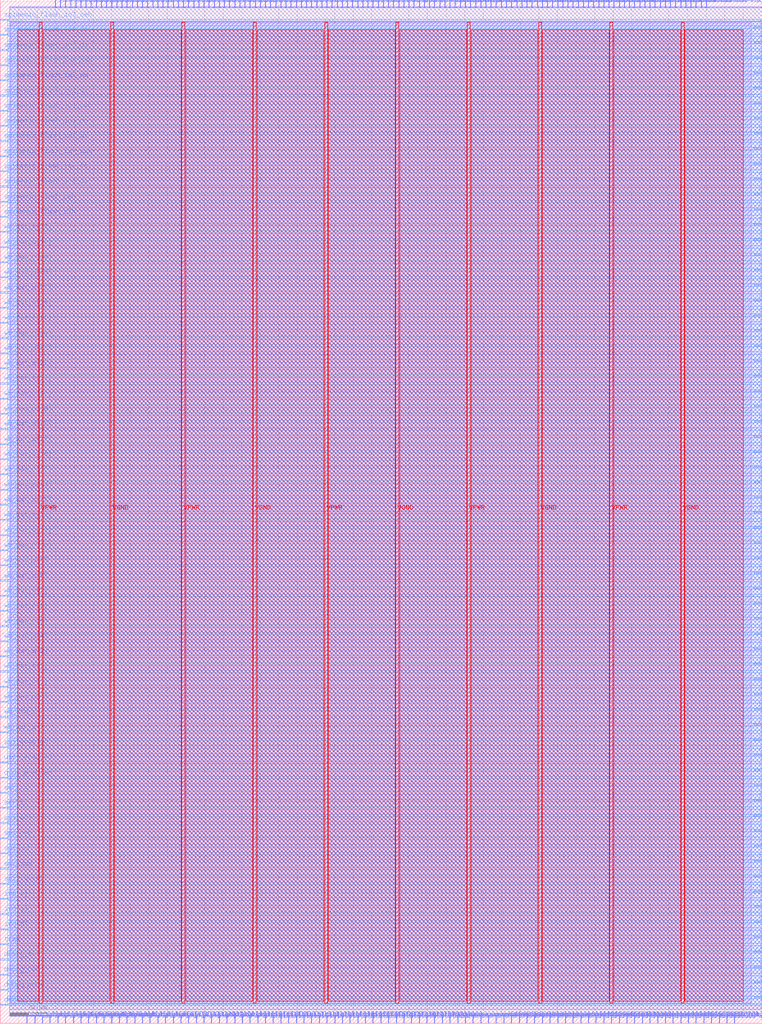
<source format=lef>
VERSION 5.7 ;
  NOWIREEXTENSIONATPIN ON ;
  DIVIDERCHAR "/" ;
  BUSBITCHARS "[]" ;
MACRO housekeeping
  CLASS BLOCK ;
  FOREIGN housekeeping ;
  ORIGIN 0.000 0.000 ;
  SIZE 410.230 BY 550.950 ;
  PIN VGND
    DIRECTION INOUT ;
    USE GROUND ;
    PORT
      LAYER met4 ;
        RECT 59.440 10.640 61.040 538.800 ;
    END
    PORT
      LAYER met4 ;
        RECT 136.240 10.640 137.840 538.800 ;
    END
    PORT
      LAYER met4 ;
        RECT 213.040 10.640 214.640 538.800 ;
    END
    PORT
      LAYER met4 ;
        RECT 289.840 10.640 291.440 538.800 ;
    END
    PORT
      LAYER met4 ;
        RECT 366.640 10.640 368.240 538.800 ;
    END
  END VGND
  PIN VPWR
    DIRECTION INOUT ;
    USE POWER ;
    PORT
      LAYER met4 ;
        RECT 21.040 10.640 22.640 538.800 ;
    END
    PORT
      LAYER met4 ;
        RECT 97.840 10.640 99.440 538.800 ;
    END
    PORT
      LAYER met4 ;
        RECT 174.640 10.640 176.240 538.800 ;
    END
    PORT
      LAYER met4 ;
        RECT 251.440 10.640 253.040 538.800 ;
    END
    PORT
      LAYER met4 ;
        RECT 328.240 10.640 329.840 538.800 ;
    END
  END VPWR
  PIN debug_in
    DIRECTION OUTPUT TRISTATE ;
    USE SIGNAL ;
    ANTENNADIFFAREA 0.340600 ;
    PORT
      LAYER met3 ;
        RECT 0.000 9.560 4.000 10.160 ;
    END
  END debug_in
  PIN debug_mode
    DIRECTION INPUT ;
    USE SIGNAL ;
    ANTENNAGATEAREA 0.126000 ;
    PORT
      LAYER met3 ;
        RECT 0.000 17.720 4.000 18.320 ;
    END
  END debug_mode
  PIN debug_oeb
    DIRECTION INPUT ;
    USE SIGNAL ;
    ANTENNAGATEAREA 0.126000 ;
    PORT
      LAYER met3 ;
        RECT 0.000 25.880 4.000 26.480 ;
    END
  END debug_oeb
  PIN debug_out
    DIRECTION INPUT ;
    USE SIGNAL ;
    ANTENNAGATEAREA 0.126000 ;
    PORT
      LAYER met3 ;
        RECT 0.000 34.040 4.000 34.640 ;
    END
  END debug_out
  PIN irq[0]
    DIRECTION OUTPUT TRISTATE ;
    USE SIGNAL ;
    ANTENNADIFFAREA 0.340600 ;
    PORT
      LAYER met3 ;
        RECT 0.000 50.360 4.000 50.960 ;
    END
  END irq[0]
  PIN irq[1]
    DIRECTION OUTPUT TRISTATE ;
    USE SIGNAL ;
    ANTENNADIFFAREA 0.340600 ;
    PORT
      LAYER met3 ;
        RECT 0.000 58.520 4.000 59.120 ;
    END
  END irq[1]
  PIN irq[2]
    DIRECTION OUTPUT TRISTATE ;
    USE SIGNAL ;
    ANTENNADIFFAREA 0.340600 ;
    PORT
      LAYER met3 ;
        RECT 0.000 66.680 4.000 67.280 ;
    END
  END irq[2]
  PIN mask_rev_in[0]
    DIRECTION INPUT ;
    USE SIGNAL ;
    ANTENNAGATEAREA 0.126000 ;
    PORT
      LAYER met2 ;
        RECT 250.330 0.000 250.610 4.000 ;
    END
  END mask_rev_in[0]
  PIN mask_rev_in[10]
    DIRECTION INPUT ;
    USE SIGNAL ;
    ANTENNAGATEAREA 0.126000 ;
    PORT
      LAYER met2 ;
        RECT 291.730 0.000 292.010 4.000 ;
    END
  END mask_rev_in[10]
  PIN mask_rev_in[11]
    DIRECTION INPUT ;
    USE SIGNAL ;
    ANTENNAGATEAREA 0.126000 ;
    PORT
      LAYER met2 ;
        RECT 295.870 0.000 296.150 4.000 ;
    END
  END mask_rev_in[11]
  PIN mask_rev_in[12]
    DIRECTION INPUT ;
    USE SIGNAL ;
    ANTENNAGATEAREA 0.126000 ;
    PORT
      LAYER met2 ;
        RECT 300.010 0.000 300.290 4.000 ;
    END
  END mask_rev_in[12]
  PIN mask_rev_in[13]
    DIRECTION INPUT ;
    USE SIGNAL ;
    ANTENNAGATEAREA 0.126000 ;
    PORT
      LAYER met2 ;
        RECT 304.150 0.000 304.430 4.000 ;
    END
  END mask_rev_in[13]
  PIN mask_rev_in[14]
    DIRECTION INPUT ;
    USE SIGNAL ;
    ANTENNAGATEAREA 0.126000 ;
    PORT
      LAYER met2 ;
        RECT 308.290 0.000 308.570 4.000 ;
    END
  END mask_rev_in[14]
  PIN mask_rev_in[15]
    DIRECTION INPUT ;
    USE SIGNAL ;
    ANTENNAGATEAREA 0.126000 ;
    PORT
      LAYER met2 ;
        RECT 312.430 0.000 312.710 4.000 ;
    END
  END mask_rev_in[15]
  PIN mask_rev_in[16]
    DIRECTION INPUT ;
    USE SIGNAL ;
    ANTENNAGATEAREA 0.126000 ;
    PORT
      LAYER met2 ;
        RECT 316.570 0.000 316.850 4.000 ;
    END
  END mask_rev_in[16]
  PIN mask_rev_in[17]
    DIRECTION INPUT ;
    USE SIGNAL ;
    ANTENNAGATEAREA 0.126000 ;
    PORT
      LAYER met2 ;
        RECT 320.710 0.000 320.990 4.000 ;
    END
  END mask_rev_in[17]
  PIN mask_rev_in[18]
    DIRECTION INPUT ;
    USE SIGNAL ;
    ANTENNAGATEAREA 0.126000 ;
    PORT
      LAYER met2 ;
        RECT 324.850 0.000 325.130 4.000 ;
    END
  END mask_rev_in[18]
  PIN mask_rev_in[19]
    DIRECTION INPUT ;
    USE SIGNAL ;
    ANTENNAGATEAREA 0.126000 ;
    PORT
      LAYER met2 ;
        RECT 328.990 0.000 329.270 4.000 ;
    END
  END mask_rev_in[19]
  PIN mask_rev_in[1]
    DIRECTION INPUT ;
    USE SIGNAL ;
    ANTENNAGATEAREA 0.126000 ;
    PORT
      LAYER met2 ;
        RECT 254.470 0.000 254.750 4.000 ;
    END
  END mask_rev_in[1]
  PIN mask_rev_in[20]
    DIRECTION INPUT ;
    USE SIGNAL ;
    ANTENNAGATEAREA 0.126000 ;
    PORT
      LAYER met2 ;
        RECT 333.130 0.000 333.410 4.000 ;
    END
  END mask_rev_in[20]
  PIN mask_rev_in[21]
    DIRECTION INPUT ;
    USE SIGNAL ;
    ANTENNAGATEAREA 0.126000 ;
    PORT
      LAYER met2 ;
        RECT 337.270 0.000 337.550 4.000 ;
    END
  END mask_rev_in[21]
  PIN mask_rev_in[22]
    DIRECTION INPUT ;
    USE SIGNAL ;
    ANTENNAGATEAREA 0.126000 ;
    PORT
      LAYER met2 ;
        RECT 341.410 0.000 341.690 4.000 ;
    END
  END mask_rev_in[22]
  PIN mask_rev_in[23]
    DIRECTION INPUT ;
    USE SIGNAL ;
    ANTENNAGATEAREA 0.126000 ;
    PORT
      LAYER met2 ;
        RECT 345.550 0.000 345.830 4.000 ;
    END
  END mask_rev_in[23]
  PIN mask_rev_in[24]
    DIRECTION INPUT ;
    USE SIGNAL ;
    ANTENNAGATEAREA 0.126000 ;
    PORT
      LAYER met2 ;
        RECT 349.690 0.000 349.970 4.000 ;
    END
  END mask_rev_in[24]
  PIN mask_rev_in[25]
    DIRECTION INPUT ;
    USE SIGNAL ;
    ANTENNAGATEAREA 0.126000 ;
    PORT
      LAYER met2 ;
        RECT 353.830 0.000 354.110 4.000 ;
    END
  END mask_rev_in[25]
  PIN mask_rev_in[26]
    DIRECTION INPUT ;
    USE SIGNAL ;
    ANTENNAGATEAREA 0.126000 ;
    PORT
      LAYER met2 ;
        RECT 357.970 0.000 358.250 4.000 ;
    END
  END mask_rev_in[26]
  PIN mask_rev_in[27]
    DIRECTION INPUT ;
    USE SIGNAL ;
    ANTENNAGATEAREA 0.126000 ;
    PORT
      LAYER met2 ;
        RECT 362.110 0.000 362.390 4.000 ;
    END
  END mask_rev_in[27]
  PIN mask_rev_in[28]
    DIRECTION INPUT ;
    USE SIGNAL ;
    ANTENNAGATEAREA 0.126000 ;
    PORT
      LAYER met2 ;
        RECT 366.250 0.000 366.530 4.000 ;
    END
  END mask_rev_in[28]
  PIN mask_rev_in[29]
    DIRECTION INPUT ;
    USE SIGNAL ;
    ANTENNAGATEAREA 0.126000 ;
    PORT
      LAYER met2 ;
        RECT 370.390 0.000 370.670 4.000 ;
    END
  END mask_rev_in[29]
  PIN mask_rev_in[2]
    DIRECTION INPUT ;
    USE SIGNAL ;
    ANTENNAGATEAREA 0.126000 ;
    PORT
      LAYER met2 ;
        RECT 258.610 0.000 258.890 4.000 ;
    END
  END mask_rev_in[2]
  PIN mask_rev_in[30]
    DIRECTION INPUT ;
    USE SIGNAL ;
    ANTENNAGATEAREA 0.126000 ;
    PORT
      LAYER met2 ;
        RECT 374.530 0.000 374.810 4.000 ;
    END
  END mask_rev_in[30]
  PIN mask_rev_in[31]
    DIRECTION INPUT ;
    USE SIGNAL ;
    ANTENNAGATEAREA 0.126000 ;
    PORT
      LAYER met2 ;
        RECT 378.670 0.000 378.950 4.000 ;
    END
  END mask_rev_in[31]
  PIN mask_rev_in[3]
    DIRECTION INPUT ;
    USE SIGNAL ;
    ANTENNAGATEAREA 0.126000 ;
    PORT
      LAYER met2 ;
        RECT 262.750 0.000 263.030 4.000 ;
    END
  END mask_rev_in[3]
  PIN mask_rev_in[4]
    DIRECTION INPUT ;
    USE SIGNAL ;
    ANTENNAGATEAREA 0.126000 ;
    PORT
      LAYER met2 ;
        RECT 266.890 0.000 267.170 4.000 ;
    END
  END mask_rev_in[4]
  PIN mask_rev_in[5]
    DIRECTION INPUT ;
    USE SIGNAL ;
    ANTENNAGATEAREA 0.126000 ;
    PORT
      LAYER met2 ;
        RECT 271.030 0.000 271.310 4.000 ;
    END
  END mask_rev_in[5]
  PIN mask_rev_in[6]
    DIRECTION INPUT ;
    USE SIGNAL ;
    ANTENNAGATEAREA 0.126000 ;
    PORT
      LAYER met2 ;
        RECT 275.170 0.000 275.450 4.000 ;
    END
  END mask_rev_in[6]
  PIN mask_rev_in[7]
    DIRECTION INPUT ;
    USE SIGNAL ;
    ANTENNAGATEAREA 0.126000 ;
    PORT
      LAYER met2 ;
        RECT 279.310 0.000 279.590 4.000 ;
    END
  END mask_rev_in[7]
  PIN mask_rev_in[8]
    DIRECTION INPUT ;
    USE SIGNAL ;
    ANTENNAGATEAREA 0.126000 ;
    PORT
      LAYER met2 ;
        RECT 283.450 0.000 283.730 4.000 ;
    END
  END mask_rev_in[8]
  PIN mask_rev_in[9]
    DIRECTION INPUT ;
    USE SIGNAL ;
    ANTENNAGATEAREA 0.126000 ;
    PORT
      LAYER met2 ;
        RECT 287.590 0.000 287.870 4.000 ;
    END
  END mask_rev_in[9]
  PIN mgmt_gpio_in[0]
    DIRECTION INPUT ;
    USE SIGNAL ;
    ANTENNAGATEAREA 0.126000 ;
    PORT
      LAYER met3 ;
        RECT 406.230 54.440 410.230 55.040 ;
    END
  END mgmt_gpio_in[0]
  PIN mgmt_gpio_in[10]
    DIRECTION INPUT ;
    USE SIGNAL ;
    ANTENNAGATEAREA 0.126000 ;
    PORT
      LAYER met3 ;
        RECT 406.230 299.240 410.230 299.840 ;
    END
  END mgmt_gpio_in[10]
  PIN mgmt_gpio_in[11]
    DIRECTION INPUT ;
    USE SIGNAL ;
    ANTENNAGATEAREA 0.126000 ;
    PORT
      LAYER met3 ;
        RECT 406.230 323.720 410.230 324.320 ;
    END
  END mgmt_gpio_in[11]
  PIN mgmt_gpio_in[12]
    DIRECTION INPUT ;
    USE SIGNAL ;
    ANTENNAGATEAREA 0.126000 ;
    PORT
      LAYER met3 ;
        RECT 406.230 348.200 410.230 348.800 ;
    END
  END mgmt_gpio_in[12]
  PIN mgmt_gpio_in[13]
    DIRECTION INPUT ;
    USE SIGNAL ;
    ANTENNAGATEAREA 0.126000 ;
    PORT
      LAYER met3 ;
        RECT 406.230 372.680 410.230 373.280 ;
    END
  END mgmt_gpio_in[13]
  PIN mgmt_gpio_in[14]
    DIRECTION INPUT ;
    USE SIGNAL ;
    ANTENNAGATEAREA 0.126000 ;
    PORT
      LAYER met3 ;
        RECT 406.230 397.160 410.230 397.760 ;
    END
  END mgmt_gpio_in[14]
  PIN mgmt_gpio_in[15]
    DIRECTION INPUT ;
    USE SIGNAL ;
    ANTENNAGATEAREA 0.126000 ;
    PORT
      LAYER met3 ;
        RECT 406.230 421.640 410.230 422.240 ;
    END
  END mgmt_gpio_in[15]
  PIN mgmt_gpio_in[16]
    DIRECTION INPUT ;
    USE SIGNAL ;
    ANTENNAGATEAREA 0.126000 ;
    PORT
      LAYER met3 ;
        RECT 406.230 446.120 410.230 446.720 ;
    END
  END mgmt_gpio_in[16]
  PIN mgmt_gpio_in[17]
    DIRECTION INPUT ;
    USE SIGNAL ;
    ANTENNAGATEAREA 0.126000 ;
    PORT
      LAYER met3 ;
        RECT 406.230 470.600 410.230 471.200 ;
    END
  END mgmt_gpio_in[17]
  PIN mgmt_gpio_in[18]
    DIRECTION INPUT ;
    USE SIGNAL ;
    ANTENNAGATEAREA 0.126000 ;
    PORT
      LAYER met3 ;
        RECT 406.230 495.080 410.230 495.680 ;
    END
  END mgmt_gpio_in[18]
  PIN mgmt_gpio_in[19]
    DIRECTION INPUT ;
    USE SIGNAL ;
    ANTENNAGATEAREA 0.126000 ;
    PORT
      LAYER met3 ;
        RECT 406.230 519.560 410.230 520.160 ;
    END
  END mgmt_gpio_in[19]
  PIN mgmt_gpio_in[1]
    DIRECTION INPUT ;
    USE SIGNAL ;
    ANTENNAGATEAREA 0.126000 ;
    PORT
      LAYER met3 ;
        RECT 406.230 78.920 410.230 79.520 ;
    END
  END mgmt_gpio_in[1]
  PIN mgmt_gpio_in[20]
    DIRECTION INPUT ;
    USE SIGNAL ;
    ANTENNAGATEAREA 0.126000 ;
    PORT
      LAYER met2 ;
        RECT 233.770 546.950 234.050 550.950 ;
    END
  END mgmt_gpio_in[20]
  PIN mgmt_gpio_in[21]
    DIRECTION INPUT ;
    USE SIGNAL ;
    ANTENNAGATEAREA 0.126000 ;
    PORT
      LAYER met2 ;
        RECT 242.050 546.950 242.330 550.950 ;
    END
  END mgmt_gpio_in[21]
  PIN mgmt_gpio_in[22]
    DIRECTION INPUT ;
    USE SIGNAL ;
    ANTENNAGATEAREA 0.126000 ;
    PORT
      LAYER met2 ;
        RECT 250.330 546.950 250.610 550.950 ;
    END
  END mgmt_gpio_in[22]
  PIN mgmt_gpio_in[23]
    DIRECTION INPUT ;
    USE SIGNAL ;
    ANTENNAGATEAREA 0.126000 ;
    PORT
      LAYER met2 ;
        RECT 258.610 546.950 258.890 550.950 ;
    END
  END mgmt_gpio_in[23]
  PIN mgmt_gpio_in[24]
    DIRECTION INPUT ;
    USE SIGNAL ;
    ANTENNAGATEAREA 0.126000 ;
    PORT
      LAYER met2 ;
        RECT 266.890 546.950 267.170 550.950 ;
    END
  END mgmt_gpio_in[24]
  PIN mgmt_gpio_in[25]
    DIRECTION INPUT ;
    USE SIGNAL ;
    ANTENNAGATEAREA 0.126000 ;
    PORT
      LAYER met2 ;
        RECT 275.170 546.950 275.450 550.950 ;
    END
  END mgmt_gpio_in[25]
  PIN mgmt_gpio_in[26]
    DIRECTION INPUT ;
    USE SIGNAL ;
    ANTENNAGATEAREA 0.126000 ;
    PORT
      LAYER met2 ;
        RECT 283.450 546.950 283.730 550.950 ;
    END
  END mgmt_gpio_in[26]
  PIN mgmt_gpio_in[27]
    DIRECTION INPUT ;
    USE SIGNAL ;
    ANTENNAGATEAREA 0.126000 ;
    PORT
      LAYER met2 ;
        RECT 291.730 546.950 292.010 550.950 ;
    END
  END mgmt_gpio_in[27]
  PIN mgmt_gpio_in[28]
    DIRECTION INPUT ;
    USE SIGNAL ;
    ANTENNAGATEAREA 0.126000 ;
    PORT
      LAYER met2 ;
        RECT 300.010 546.950 300.290 550.950 ;
    END
  END mgmt_gpio_in[28]
  PIN mgmt_gpio_in[29]
    DIRECTION INPUT ;
    USE SIGNAL ;
    ANTENNAGATEAREA 0.126000 ;
    PORT
      LAYER met2 ;
        RECT 308.290 546.950 308.570 550.950 ;
    END
  END mgmt_gpio_in[29]
  PIN mgmt_gpio_in[2]
    DIRECTION INPUT ;
    USE SIGNAL ;
    ANTENNAGATEAREA 0.126000 ;
    PORT
      LAYER met3 ;
        RECT 406.230 103.400 410.230 104.000 ;
    END
  END mgmt_gpio_in[2]
  PIN mgmt_gpio_in[30]
    DIRECTION INPUT ;
    USE SIGNAL ;
    ANTENNAGATEAREA 0.126000 ;
    PORT
      LAYER met2 ;
        RECT 316.570 546.950 316.850 550.950 ;
    END
  END mgmt_gpio_in[30]
  PIN mgmt_gpio_in[31]
    DIRECTION INPUT ;
    USE SIGNAL ;
    ANTENNAGATEAREA 0.126000 ;
    PORT
      LAYER met2 ;
        RECT 324.850 546.950 325.130 550.950 ;
    END
  END mgmt_gpio_in[31]
  PIN mgmt_gpio_in[32]
    DIRECTION INPUT ;
    USE SIGNAL ;
    ANTENNAGATEAREA 0.126000 ;
    PORT
      LAYER met2 ;
        RECT 333.130 546.950 333.410 550.950 ;
    END
  END mgmt_gpio_in[32]
  PIN mgmt_gpio_in[33]
    DIRECTION INPUT ;
    USE SIGNAL ;
    ANTENNAGATEAREA 0.126000 ;
    PORT
      LAYER met2 ;
        RECT 341.410 546.950 341.690 550.950 ;
    END
  END mgmt_gpio_in[33]
  PIN mgmt_gpio_in[34]
    DIRECTION INPUT ;
    USE SIGNAL ;
    ANTENNAGATEAREA 0.126000 ;
    PORT
      LAYER met2 ;
        RECT 349.690 546.950 349.970 550.950 ;
    END
  END mgmt_gpio_in[34]
  PIN mgmt_gpio_in[35]
    DIRECTION INPUT ;
    USE SIGNAL ;
    ANTENNAGATEAREA 0.126000 ;
    PORT
      LAYER met2 ;
        RECT 357.970 546.950 358.250 550.950 ;
    END
  END mgmt_gpio_in[35]
  PIN mgmt_gpio_in[36]
    DIRECTION INPUT ;
    USE SIGNAL ;
    ANTENNAGATEAREA 0.126000 ;
    PORT
      LAYER met2 ;
        RECT 366.250 546.950 366.530 550.950 ;
    END
  END mgmt_gpio_in[36]
  PIN mgmt_gpio_in[37]
    DIRECTION INPUT ;
    USE SIGNAL ;
    ANTENNAGATEAREA 0.126000 ;
    PORT
      LAYER met2 ;
        RECT 374.530 546.950 374.810 550.950 ;
    END
  END mgmt_gpio_in[37]
  PIN mgmt_gpio_in[3]
    DIRECTION INPUT ;
    USE SIGNAL ;
    ANTENNAGATEAREA 0.126000 ;
    PORT
      LAYER met3 ;
        RECT 406.230 127.880 410.230 128.480 ;
    END
  END mgmt_gpio_in[3]
  PIN mgmt_gpio_in[4]
    DIRECTION INPUT ;
    USE SIGNAL ;
    ANTENNAGATEAREA 0.126000 ;
    PORT
      LAYER met3 ;
        RECT 406.230 152.360 410.230 152.960 ;
    END
  END mgmt_gpio_in[4]
  PIN mgmt_gpio_in[5]
    DIRECTION INPUT ;
    USE SIGNAL ;
    ANTENNAGATEAREA 0.126000 ;
    PORT
      LAYER met3 ;
        RECT 406.230 176.840 410.230 177.440 ;
    END
  END mgmt_gpio_in[5]
  PIN mgmt_gpio_in[6]
    DIRECTION INPUT ;
    USE SIGNAL ;
    ANTENNAGATEAREA 0.126000 ;
    PORT
      LAYER met3 ;
        RECT 406.230 201.320 410.230 201.920 ;
    END
  END mgmt_gpio_in[6]
  PIN mgmt_gpio_in[7]
    DIRECTION INPUT ;
    USE SIGNAL ;
    ANTENNAGATEAREA 0.126000 ;
    PORT
      LAYER met3 ;
        RECT 406.230 225.800 410.230 226.400 ;
    END
  END mgmt_gpio_in[7]
  PIN mgmt_gpio_in[8]
    DIRECTION INPUT ;
    USE SIGNAL ;
    ANTENNAGATEAREA 0.126000 ;
    PORT
      LAYER met3 ;
        RECT 406.230 250.280 410.230 250.880 ;
    END
  END mgmt_gpio_in[8]
  PIN mgmt_gpio_in[9]
    DIRECTION INPUT ;
    USE SIGNAL ;
    ANTENNAGATEAREA 0.126000 ;
    PORT
      LAYER met3 ;
        RECT 406.230 274.760 410.230 275.360 ;
    END
  END mgmt_gpio_in[9]
  PIN mgmt_gpio_oeb[0]
    DIRECTION OUTPUT TRISTATE ;
    USE SIGNAL ;
    ANTENNADIFFAREA 0.340600 ;
    PORT
      LAYER met3 ;
        RECT 406.230 62.600 410.230 63.200 ;
    END
  END mgmt_gpio_oeb[0]
  PIN mgmt_gpio_oeb[10]
    DIRECTION OUTPUT TRISTATE ;
    USE SIGNAL ;
    ANTENNADIFFAREA 0.340600 ;
    PORT
      LAYER met3 ;
        RECT 406.230 307.400 410.230 308.000 ;
    END
  END mgmt_gpio_oeb[10]
  PIN mgmt_gpio_oeb[11]
    DIRECTION OUTPUT TRISTATE ;
    USE SIGNAL ;
    ANTENNADIFFAREA 0.340600 ;
    PORT
      LAYER met3 ;
        RECT 406.230 331.880 410.230 332.480 ;
    END
  END mgmt_gpio_oeb[11]
  PIN mgmt_gpio_oeb[12]
    DIRECTION OUTPUT TRISTATE ;
    USE SIGNAL ;
    ANTENNADIFFAREA 0.340600 ;
    PORT
      LAYER met3 ;
        RECT 406.230 356.360 410.230 356.960 ;
    END
  END mgmt_gpio_oeb[12]
  PIN mgmt_gpio_oeb[13]
    DIRECTION OUTPUT TRISTATE ;
    USE SIGNAL ;
    ANTENNADIFFAREA 0.340600 ;
    PORT
      LAYER met3 ;
        RECT 406.230 380.840 410.230 381.440 ;
    END
  END mgmt_gpio_oeb[13]
  PIN mgmt_gpio_oeb[14]
    DIRECTION OUTPUT TRISTATE ;
    USE SIGNAL ;
    ANTENNADIFFAREA 0.340600 ;
    PORT
      LAYER met3 ;
        RECT 406.230 405.320 410.230 405.920 ;
    END
  END mgmt_gpio_oeb[14]
  PIN mgmt_gpio_oeb[15]
    DIRECTION OUTPUT TRISTATE ;
    USE SIGNAL ;
    ANTENNADIFFAREA 0.340600 ;
    PORT
      LAYER met3 ;
        RECT 406.230 429.800 410.230 430.400 ;
    END
  END mgmt_gpio_oeb[15]
  PIN mgmt_gpio_oeb[16]
    DIRECTION OUTPUT TRISTATE ;
    USE SIGNAL ;
    ANTENNADIFFAREA 0.340600 ;
    PORT
      LAYER met3 ;
        RECT 406.230 454.280 410.230 454.880 ;
    END
  END mgmt_gpio_oeb[16]
  PIN mgmt_gpio_oeb[17]
    DIRECTION OUTPUT TRISTATE ;
    USE SIGNAL ;
    ANTENNADIFFAREA 0.340600 ;
    PORT
      LAYER met3 ;
        RECT 406.230 478.760 410.230 479.360 ;
    END
  END mgmt_gpio_oeb[17]
  PIN mgmt_gpio_oeb[18]
    DIRECTION OUTPUT TRISTATE ;
    USE SIGNAL ;
    ANTENNADIFFAREA 0.340600 ;
    PORT
      LAYER met3 ;
        RECT 406.230 503.240 410.230 503.840 ;
    END
  END mgmt_gpio_oeb[18]
  PIN mgmt_gpio_oeb[19]
    DIRECTION OUTPUT TRISTATE ;
    USE SIGNAL ;
    ANTENNADIFFAREA 0.340600 ;
    PORT
      LAYER met3 ;
        RECT 406.230 527.720 410.230 528.320 ;
    END
  END mgmt_gpio_oeb[19]
  PIN mgmt_gpio_oeb[1]
    DIRECTION OUTPUT TRISTATE ;
    USE SIGNAL ;
    ANTENNADIFFAREA 0.340600 ;
    PORT
      LAYER met3 ;
        RECT 406.230 87.080 410.230 87.680 ;
    END
  END mgmt_gpio_oeb[1]
  PIN mgmt_gpio_oeb[20]
    DIRECTION OUTPUT TRISTATE ;
    USE SIGNAL ;
    ANTENNADIFFAREA 0.340600 ;
    PORT
      LAYER met2 ;
        RECT 236.530 546.950 236.810 550.950 ;
    END
  END mgmt_gpio_oeb[20]
  PIN mgmt_gpio_oeb[21]
    DIRECTION OUTPUT TRISTATE ;
    USE SIGNAL ;
    ANTENNADIFFAREA 0.340600 ;
    PORT
      LAYER met2 ;
        RECT 244.810 546.950 245.090 550.950 ;
    END
  END mgmt_gpio_oeb[21]
  PIN mgmt_gpio_oeb[22]
    DIRECTION OUTPUT TRISTATE ;
    USE SIGNAL ;
    ANTENNADIFFAREA 0.340600 ;
    PORT
      LAYER met2 ;
        RECT 253.090 546.950 253.370 550.950 ;
    END
  END mgmt_gpio_oeb[22]
  PIN mgmt_gpio_oeb[23]
    DIRECTION OUTPUT TRISTATE ;
    USE SIGNAL ;
    ANTENNADIFFAREA 0.340600 ;
    PORT
      LAYER met2 ;
        RECT 261.370 546.950 261.650 550.950 ;
    END
  END mgmt_gpio_oeb[23]
  PIN mgmt_gpio_oeb[24]
    DIRECTION OUTPUT TRISTATE ;
    USE SIGNAL ;
    ANTENNADIFFAREA 0.340600 ;
    PORT
      LAYER met2 ;
        RECT 269.650 546.950 269.930 550.950 ;
    END
  END mgmt_gpio_oeb[24]
  PIN mgmt_gpio_oeb[25]
    DIRECTION OUTPUT TRISTATE ;
    USE SIGNAL ;
    ANTENNADIFFAREA 0.340600 ;
    PORT
      LAYER met2 ;
        RECT 277.930 546.950 278.210 550.950 ;
    END
  END mgmt_gpio_oeb[25]
  PIN mgmt_gpio_oeb[26]
    DIRECTION OUTPUT TRISTATE ;
    USE SIGNAL ;
    ANTENNADIFFAREA 0.340600 ;
    PORT
      LAYER met2 ;
        RECT 286.210 546.950 286.490 550.950 ;
    END
  END mgmt_gpio_oeb[26]
  PIN mgmt_gpio_oeb[27]
    DIRECTION OUTPUT TRISTATE ;
    USE SIGNAL ;
    ANTENNADIFFAREA 0.340600 ;
    PORT
      LAYER met2 ;
        RECT 294.490 546.950 294.770 550.950 ;
    END
  END mgmt_gpio_oeb[27]
  PIN mgmt_gpio_oeb[28]
    DIRECTION OUTPUT TRISTATE ;
    USE SIGNAL ;
    ANTENNADIFFAREA 0.340600 ;
    PORT
      LAYER met2 ;
        RECT 302.770 546.950 303.050 550.950 ;
    END
  END mgmt_gpio_oeb[28]
  PIN mgmt_gpio_oeb[29]
    DIRECTION OUTPUT TRISTATE ;
    USE SIGNAL ;
    ANTENNADIFFAREA 0.340600 ;
    PORT
      LAYER met2 ;
        RECT 311.050 546.950 311.330 550.950 ;
    END
  END mgmt_gpio_oeb[29]
  PIN mgmt_gpio_oeb[2]
    DIRECTION OUTPUT TRISTATE ;
    USE SIGNAL ;
    ANTENNADIFFAREA 0.340600 ;
    PORT
      LAYER met3 ;
        RECT 406.230 111.560 410.230 112.160 ;
    END
  END mgmt_gpio_oeb[2]
  PIN mgmt_gpio_oeb[30]
    DIRECTION OUTPUT TRISTATE ;
    USE SIGNAL ;
    ANTENNADIFFAREA 0.340600 ;
    PORT
      LAYER met2 ;
        RECT 319.330 546.950 319.610 550.950 ;
    END
  END mgmt_gpio_oeb[30]
  PIN mgmt_gpio_oeb[31]
    DIRECTION OUTPUT TRISTATE ;
    USE SIGNAL ;
    ANTENNADIFFAREA 0.340600 ;
    PORT
      LAYER met2 ;
        RECT 327.610 546.950 327.890 550.950 ;
    END
  END mgmt_gpio_oeb[31]
  PIN mgmt_gpio_oeb[32]
    DIRECTION OUTPUT TRISTATE ;
    USE SIGNAL ;
    ANTENNADIFFAREA 0.340600 ;
    PORT
      LAYER met2 ;
        RECT 335.890 546.950 336.170 550.950 ;
    END
  END mgmt_gpio_oeb[32]
  PIN mgmt_gpio_oeb[33]
    DIRECTION OUTPUT TRISTATE ;
    USE SIGNAL ;
    ANTENNADIFFAREA 0.340600 ;
    PORT
      LAYER met2 ;
        RECT 344.170 546.950 344.450 550.950 ;
    END
  END mgmt_gpio_oeb[33]
  PIN mgmt_gpio_oeb[34]
    DIRECTION OUTPUT TRISTATE ;
    USE SIGNAL ;
    ANTENNADIFFAREA 0.340600 ;
    PORT
      LAYER met2 ;
        RECT 352.450 546.950 352.730 550.950 ;
    END
  END mgmt_gpio_oeb[34]
  PIN mgmt_gpio_oeb[35]
    DIRECTION OUTPUT TRISTATE ;
    USE SIGNAL ;
    ANTENNADIFFAREA 0.340600 ;
    PORT
      LAYER met2 ;
        RECT 360.730 546.950 361.010 550.950 ;
    END
  END mgmt_gpio_oeb[35]
  PIN mgmt_gpio_oeb[36]
    DIRECTION OUTPUT TRISTATE ;
    USE SIGNAL ;
    ANTENNADIFFAREA 0.340600 ;
    PORT
      LAYER met2 ;
        RECT 369.010 546.950 369.290 550.950 ;
    END
  END mgmt_gpio_oeb[36]
  PIN mgmt_gpio_oeb[37]
    DIRECTION OUTPUT TRISTATE ;
    USE SIGNAL ;
    ANTENNADIFFAREA 0.340600 ;
    PORT
      LAYER met2 ;
        RECT 377.290 546.950 377.570 550.950 ;
    END
  END mgmt_gpio_oeb[37]
  PIN mgmt_gpio_oeb[3]
    DIRECTION OUTPUT TRISTATE ;
    USE SIGNAL ;
    ANTENNADIFFAREA 0.340600 ;
    PORT
      LAYER met3 ;
        RECT 406.230 136.040 410.230 136.640 ;
    END
  END mgmt_gpio_oeb[3]
  PIN mgmt_gpio_oeb[4]
    DIRECTION OUTPUT TRISTATE ;
    USE SIGNAL ;
    ANTENNADIFFAREA 0.340600 ;
    PORT
      LAYER met3 ;
        RECT 406.230 160.520 410.230 161.120 ;
    END
  END mgmt_gpio_oeb[4]
  PIN mgmt_gpio_oeb[5]
    DIRECTION OUTPUT TRISTATE ;
    USE SIGNAL ;
    ANTENNADIFFAREA 0.340600 ;
    PORT
      LAYER met3 ;
        RECT 406.230 185.000 410.230 185.600 ;
    END
  END mgmt_gpio_oeb[5]
  PIN mgmt_gpio_oeb[6]
    DIRECTION OUTPUT TRISTATE ;
    USE SIGNAL ;
    ANTENNADIFFAREA 0.340600 ;
    PORT
      LAYER met3 ;
        RECT 406.230 209.480 410.230 210.080 ;
    END
  END mgmt_gpio_oeb[6]
  PIN mgmt_gpio_oeb[7]
    DIRECTION OUTPUT TRISTATE ;
    USE SIGNAL ;
    ANTENNADIFFAREA 0.340600 ;
    PORT
      LAYER met3 ;
        RECT 406.230 233.960 410.230 234.560 ;
    END
  END mgmt_gpio_oeb[7]
  PIN mgmt_gpio_oeb[8]
    DIRECTION OUTPUT TRISTATE ;
    USE SIGNAL ;
    ANTENNADIFFAREA 0.340600 ;
    PORT
      LAYER met3 ;
        RECT 406.230 258.440 410.230 259.040 ;
    END
  END mgmt_gpio_oeb[8]
  PIN mgmt_gpio_oeb[9]
    DIRECTION OUTPUT TRISTATE ;
    USE SIGNAL ;
    ANTENNADIFFAREA 0.340600 ;
    PORT
      LAYER met3 ;
        RECT 406.230 282.920 410.230 283.520 ;
    END
  END mgmt_gpio_oeb[9]
  PIN mgmt_gpio_out[0]
    DIRECTION OUTPUT TRISTATE ;
    USE SIGNAL ;
    ANTENNADIFFAREA 0.340600 ;
    PORT
      LAYER met3 ;
        RECT 406.230 70.760 410.230 71.360 ;
    END
  END mgmt_gpio_out[0]
  PIN mgmt_gpio_out[10]
    DIRECTION OUTPUT TRISTATE ;
    USE SIGNAL ;
    ANTENNADIFFAREA 0.340600 ;
    PORT
      LAYER met3 ;
        RECT 406.230 315.560 410.230 316.160 ;
    END
  END mgmt_gpio_out[10]
  PIN mgmt_gpio_out[11]
    DIRECTION OUTPUT TRISTATE ;
    USE SIGNAL ;
    ANTENNADIFFAREA 0.340600 ;
    PORT
      LAYER met3 ;
        RECT 406.230 340.040 410.230 340.640 ;
    END
  END mgmt_gpio_out[11]
  PIN mgmt_gpio_out[12]
    DIRECTION OUTPUT TRISTATE ;
    USE SIGNAL ;
    ANTENNADIFFAREA 0.340600 ;
    PORT
      LAYER met3 ;
        RECT 406.230 364.520 410.230 365.120 ;
    END
  END mgmt_gpio_out[12]
  PIN mgmt_gpio_out[13]
    DIRECTION OUTPUT TRISTATE ;
    USE SIGNAL ;
    ANTENNADIFFAREA 0.340600 ;
    PORT
      LAYER met3 ;
        RECT 406.230 389.000 410.230 389.600 ;
    END
  END mgmt_gpio_out[13]
  PIN mgmt_gpio_out[14]
    DIRECTION OUTPUT TRISTATE ;
    USE SIGNAL ;
    ANTENNADIFFAREA 0.340600 ;
    PORT
      LAYER met3 ;
        RECT 406.230 413.480 410.230 414.080 ;
    END
  END mgmt_gpio_out[14]
  PIN mgmt_gpio_out[15]
    DIRECTION OUTPUT TRISTATE ;
    USE SIGNAL ;
    ANTENNADIFFAREA 0.340600 ;
    PORT
      LAYER met3 ;
        RECT 406.230 437.960 410.230 438.560 ;
    END
  END mgmt_gpio_out[15]
  PIN mgmt_gpio_out[16]
    DIRECTION OUTPUT TRISTATE ;
    USE SIGNAL ;
    ANTENNADIFFAREA 0.340600 ;
    PORT
      LAYER met3 ;
        RECT 406.230 462.440 410.230 463.040 ;
    END
  END mgmt_gpio_out[16]
  PIN mgmt_gpio_out[17]
    DIRECTION OUTPUT TRISTATE ;
    USE SIGNAL ;
    ANTENNADIFFAREA 0.340600 ;
    PORT
      LAYER met3 ;
        RECT 406.230 486.920 410.230 487.520 ;
    END
  END mgmt_gpio_out[17]
  PIN mgmt_gpio_out[18]
    DIRECTION OUTPUT TRISTATE ;
    USE SIGNAL ;
    ANTENNADIFFAREA 0.340600 ;
    PORT
      LAYER met3 ;
        RECT 406.230 511.400 410.230 512.000 ;
    END
  END mgmt_gpio_out[18]
  PIN mgmt_gpio_out[19]
    DIRECTION OUTPUT TRISTATE ;
    USE SIGNAL ;
    ANTENNADIFFAREA 0.340600 ;
    PORT
      LAYER met3 ;
        RECT 406.230 535.880 410.230 536.480 ;
    END
  END mgmt_gpio_out[19]
  PIN mgmt_gpio_out[1]
    DIRECTION OUTPUT TRISTATE ;
    USE SIGNAL ;
    ANTENNADIFFAREA 0.340600 ;
    PORT
      LAYER met3 ;
        RECT 406.230 95.240 410.230 95.840 ;
    END
  END mgmt_gpio_out[1]
  PIN mgmt_gpio_out[20]
    DIRECTION OUTPUT TRISTATE ;
    USE SIGNAL ;
    ANTENNADIFFAREA 0.340600 ;
    PORT
      LAYER met2 ;
        RECT 239.290 546.950 239.570 550.950 ;
    END
  END mgmt_gpio_out[20]
  PIN mgmt_gpio_out[21]
    DIRECTION OUTPUT TRISTATE ;
    USE SIGNAL ;
    ANTENNADIFFAREA 0.340600 ;
    PORT
      LAYER met2 ;
        RECT 247.570 546.950 247.850 550.950 ;
    END
  END mgmt_gpio_out[21]
  PIN mgmt_gpio_out[22]
    DIRECTION OUTPUT TRISTATE ;
    USE SIGNAL ;
    ANTENNADIFFAREA 0.340600 ;
    PORT
      LAYER met2 ;
        RECT 255.850 546.950 256.130 550.950 ;
    END
  END mgmt_gpio_out[22]
  PIN mgmt_gpio_out[23]
    DIRECTION OUTPUT TRISTATE ;
    USE SIGNAL ;
    ANTENNADIFFAREA 0.340600 ;
    PORT
      LAYER met2 ;
        RECT 264.130 546.950 264.410 550.950 ;
    END
  END mgmt_gpio_out[23]
  PIN mgmt_gpio_out[24]
    DIRECTION OUTPUT TRISTATE ;
    USE SIGNAL ;
    ANTENNADIFFAREA 0.340600 ;
    PORT
      LAYER met2 ;
        RECT 272.410 546.950 272.690 550.950 ;
    END
  END mgmt_gpio_out[24]
  PIN mgmt_gpio_out[25]
    DIRECTION OUTPUT TRISTATE ;
    USE SIGNAL ;
    ANTENNADIFFAREA 0.340600 ;
    PORT
      LAYER met2 ;
        RECT 280.690 546.950 280.970 550.950 ;
    END
  END mgmt_gpio_out[25]
  PIN mgmt_gpio_out[26]
    DIRECTION OUTPUT TRISTATE ;
    USE SIGNAL ;
    ANTENNADIFFAREA 0.340600 ;
    PORT
      LAYER met2 ;
        RECT 288.970 546.950 289.250 550.950 ;
    END
  END mgmt_gpio_out[26]
  PIN mgmt_gpio_out[27]
    DIRECTION OUTPUT TRISTATE ;
    USE SIGNAL ;
    ANTENNADIFFAREA 0.340600 ;
    PORT
      LAYER met2 ;
        RECT 297.250 546.950 297.530 550.950 ;
    END
  END mgmt_gpio_out[27]
  PIN mgmt_gpio_out[28]
    DIRECTION OUTPUT TRISTATE ;
    USE SIGNAL ;
    ANTENNADIFFAREA 0.340600 ;
    PORT
      LAYER met2 ;
        RECT 305.530 546.950 305.810 550.950 ;
    END
  END mgmt_gpio_out[28]
  PIN mgmt_gpio_out[29]
    DIRECTION OUTPUT TRISTATE ;
    USE SIGNAL ;
    ANTENNADIFFAREA 0.340600 ;
    PORT
      LAYER met2 ;
        RECT 313.810 546.950 314.090 550.950 ;
    END
  END mgmt_gpio_out[29]
  PIN mgmt_gpio_out[2]
    DIRECTION OUTPUT TRISTATE ;
    USE SIGNAL ;
    ANTENNADIFFAREA 0.340600 ;
    PORT
      LAYER met3 ;
        RECT 406.230 119.720 410.230 120.320 ;
    END
  END mgmt_gpio_out[2]
  PIN mgmt_gpio_out[30]
    DIRECTION OUTPUT TRISTATE ;
    USE SIGNAL ;
    ANTENNADIFFAREA 0.340600 ;
    PORT
      LAYER met2 ;
        RECT 322.090 546.950 322.370 550.950 ;
    END
  END mgmt_gpio_out[30]
  PIN mgmt_gpio_out[31]
    DIRECTION OUTPUT TRISTATE ;
    USE SIGNAL ;
    ANTENNADIFFAREA 0.340600 ;
    PORT
      LAYER met2 ;
        RECT 330.370 546.950 330.650 550.950 ;
    END
  END mgmt_gpio_out[31]
  PIN mgmt_gpio_out[32]
    DIRECTION OUTPUT TRISTATE ;
    USE SIGNAL ;
    ANTENNADIFFAREA 0.340600 ;
    PORT
      LAYER met2 ;
        RECT 338.650 546.950 338.930 550.950 ;
    END
  END mgmt_gpio_out[32]
  PIN mgmt_gpio_out[33]
    DIRECTION OUTPUT TRISTATE ;
    USE SIGNAL ;
    ANTENNADIFFAREA 0.340600 ;
    PORT
      LAYER met2 ;
        RECT 346.930 546.950 347.210 550.950 ;
    END
  END mgmt_gpio_out[33]
  PIN mgmt_gpio_out[34]
    DIRECTION OUTPUT TRISTATE ;
    USE SIGNAL ;
    ANTENNADIFFAREA 0.340600 ;
    PORT
      LAYER met2 ;
        RECT 355.210 546.950 355.490 550.950 ;
    END
  END mgmt_gpio_out[34]
  PIN mgmt_gpio_out[35]
    DIRECTION OUTPUT TRISTATE ;
    USE SIGNAL ;
    ANTENNADIFFAREA 0.340600 ;
    PORT
      LAYER met2 ;
        RECT 363.490 546.950 363.770 550.950 ;
    END
  END mgmt_gpio_out[35]
  PIN mgmt_gpio_out[36]
    DIRECTION OUTPUT TRISTATE ;
    USE SIGNAL ;
    ANTENNADIFFAREA 0.340600 ;
    PORT
      LAYER met2 ;
        RECT 371.770 546.950 372.050 550.950 ;
    END
  END mgmt_gpio_out[36]
  PIN mgmt_gpio_out[37]
    DIRECTION OUTPUT TRISTATE ;
    USE SIGNAL ;
    ANTENNADIFFAREA 0.340600 ;
    PORT
      LAYER met2 ;
        RECT 380.050 546.950 380.330 550.950 ;
    END
  END mgmt_gpio_out[37]
  PIN mgmt_gpio_out[3]
    DIRECTION OUTPUT TRISTATE ;
    USE SIGNAL ;
    ANTENNADIFFAREA 0.340600 ;
    PORT
      LAYER met3 ;
        RECT 406.230 144.200 410.230 144.800 ;
    END
  END mgmt_gpio_out[3]
  PIN mgmt_gpio_out[4]
    DIRECTION OUTPUT TRISTATE ;
    USE SIGNAL ;
    ANTENNADIFFAREA 0.340600 ;
    PORT
      LAYER met3 ;
        RECT 406.230 168.680 410.230 169.280 ;
    END
  END mgmt_gpio_out[4]
  PIN mgmt_gpio_out[5]
    DIRECTION OUTPUT TRISTATE ;
    USE SIGNAL ;
    ANTENNADIFFAREA 0.340600 ;
    PORT
      LAYER met3 ;
        RECT 406.230 193.160 410.230 193.760 ;
    END
  END mgmt_gpio_out[5]
  PIN mgmt_gpio_out[6]
    DIRECTION OUTPUT TRISTATE ;
    USE SIGNAL ;
    ANTENNADIFFAREA 0.340600 ;
    PORT
      LAYER met3 ;
        RECT 406.230 217.640 410.230 218.240 ;
    END
  END mgmt_gpio_out[6]
  PIN mgmt_gpio_out[7]
    DIRECTION OUTPUT TRISTATE ;
    USE SIGNAL ;
    ANTENNADIFFAREA 0.340600 ;
    PORT
      LAYER met3 ;
        RECT 406.230 242.120 410.230 242.720 ;
    END
  END mgmt_gpio_out[7]
  PIN mgmt_gpio_out[8]
    DIRECTION OUTPUT TRISTATE ;
    USE SIGNAL ;
    ANTENNADIFFAREA 0.340600 ;
    PORT
      LAYER met3 ;
        RECT 406.230 266.600 410.230 267.200 ;
    END
  END mgmt_gpio_out[8]
  PIN mgmt_gpio_out[9]
    DIRECTION OUTPUT TRISTATE ;
    USE SIGNAL ;
    ANTENNADIFFAREA 0.340600 ;
    PORT
      LAYER met3 ;
        RECT 406.230 291.080 410.230 291.680 ;
    END
  END mgmt_gpio_out[9]
  PIN pad_flash_clk
    DIRECTION OUTPUT TRISTATE ;
    USE SIGNAL ;
    ANTENNADIFFAREA 0.340600 ;
    PORT
      LAYER met2 ;
        RECT 18.490 0.000 18.770 4.000 ;
    END
  END pad_flash_clk
  PIN pad_flash_clk_oeb
    DIRECTION OUTPUT TRISTATE ;
    USE SIGNAL ;
    ANTENNADIFFAREA 0.340600 ;
    PORT
      LAYER met2 ;
        RECT 22.630 0.000 22.910 4.000 ;
    END
  END pad_flash_clk_oeb
  PIN pad_flash_csb
    DIRECTION OUTPUT TRISTATE ;
    USE SIGNAL ;
    ANTENNADIFFAREA 0.340600 ;
    PORT
      LAYER met2 ;
        RECT 26.770 0.000 27.050 4.000 ;
    END
  END pad_flash_csb
  PIN pad_flash_csb_oeb
    DIRECTION OUTPUT TRISTATE ;
    USE SIGNAL ;
    ANTENNADIFFAREA 0.340600 ;
    PORT
      LAYER met2 ;
        RECT 30.910 0.000 31.190 4.000 ;
    END
  END pad_flash_csb_oeb
  PIN pad_flash_io0_di
    DIRECTION INPUT ;
    USE SIGNAL ;
    ANTENNAGATEAREA 0.126000 ;
    PORT
      LAYER met2 ;
        RECT 35.050 0.000 35.330 4.000 ;
    END
  END pad_flash_io0_di
  PIN pad_flash_io0_do
    DIRECTION OUTPUT TRISTATE ;
    USE SIGNAL ;
    ANTENNADIFFAREA 0.340600 ;
    PORT
      LAYER met2 ;
        RECT 39.190 0.000 39.470 4.000 ;
    END
  END pad_flash_io0_do
  PIN pad_flash_io0_ieb
    DIRECTION OUTPUT TRISTATE ;
    USE SIGNAL ;
    ANTENNADIFFAREA 0.340600 ;
    PORT
      LAYER met2 ;
        RECT 43.330 0.000 43.610 4.000 ;
    END
  END pad_flash_io0_ieb
  PIN pad_flash_io0_oeb
    DIRECTION OUTPUT TRISTATE ;
    USE SIGNAL ;
    ANTENNADIFFAREA 0.340600 ;
    PORT
      LAYER met2 ;
        RECT 47.470 0.000 47.750 4.000 ;
    END
  END pad_flash_io0_oeb
  PIN pad_flash_io1_di
    DIRECTION INPUT ;
    USE SIGNAL ;
    ANTENNAGATEAREA 0.126000 ;
    PORT
      LAYER met2 ;
        RECT 51.610 0.000 51.890 4.000 ;
    END
  END pad_flash_io1_di
  PIN pad_flash_io1_do
    DIRECTION OUTPUT TRISTATE ;
    USE SIGNAL ;
    ANTENNADIFFAREA 0.340600 ;
    PORT
      LAYER met2 ;
        RECT 55.750 0.000 56.030 4.000 ;
    END
  END pad_flash_io1_do
  PIN pad_flash_io1_ieb
    DIRECTION OUTPUT TRISTATE ;
    USE SIGNAL ;
    ANTENNADIFFAREA 0.340600 ;
    PORT
      LAYER met2 ;
        RECT 59.890 0.000 60.170 4.000 ;
    END
  END pad_flash_io1_ieb
  PIN pad_flash_io1_oeb
    DIRECTION OUTPUT TRISTATE ;
    USE SIGNAL ;
    ANTENNADIFFAREA 0.340600 ;
    PORT
      LAYER met2 ;
        RECT 64.030 0.000 64.310 4.000 ;
    END
  END pad_flash_io1_oeb
  PIN pll90_sel[0]
    DIRECTION OUTPUT TRISTATE ;
    USE SIGNAL ;
    ANTENNADIFFAREA 0.340600 ;
    PORT
      LAYER met2 ;
        RECT 117.850 0.000 118.130 4.000 ;
    END
  END pll90_sel[0]
  PIN pll90_sel[1]
    DIRECTION OUTPUT TRISTATE ;
    USE SIGNAL ;
    ANTENNADIFFAREA 0.340600 ;
    PORT
      LAYER met2 ;
        RECT 121.990 0.000 122.270 4.000 ;
    END
  END pll90_sel[1]
  PIN pll90_sel[2]
    DIRECTION OUTPUT TRISTATE ;
    USE SIGNAL ;
    ANTENNADIFFAREA 0.340600 ;
    PORT
      LAYER met2 ;
        RECT 126.130 0.000 126.410 4.000 ;
    END
  END pll90_sel[2]
  PIN pll_bypass
    DIRECTION OUTPUT TRISTATE ;
    USE SIGNAL ;
    ANTENNADIFFAREA 0.340600 ;
    PORT
      LAYER met2 ;
        RECT 237.910 0.000 238.190 4.000 ;
    END
  END pll_bypass
  PIN pll_dco_ena
    DIRECTION OUTPUT TRISTATE ;
    USE SIGNAL ;
    ANTENNADIFFAREA 0.340600 ;
    PORT
      LAYER met2 ;
        RECT 80.590 0.000 80.870 4.000 ;
    END
  END pll_dco_ena
  PIN pll_div[0]
    DIRECTION OUTPUT TRISTATE ;
    USE SIGNAL ;
    ANTENNADIFFAREA 0.340600 ;
    PORT
      LAYER met2 ;
        RECT 84.730 0.000 85.010 4.000 ;
    END
  END pll_div[0]
  PIN pll_div[1]
    DIRECTION OUTPUT TRISTATE ;
    USE SIGNAL ;
    ANTENNADIFFAREA 0.340600 ;
    PORT
      LAYER met2 ;
        RECT 88.870 0.000 89.150 4.000 ;
    END
  END pll_div[1]
  PIN pll_div[2]
    DIRECTION OUTPUT TRISTATE ;
    USE SIGNAL ;
    ANTENNADIFFAREA 0.340600 ;
    PORT
      LAYER met2 ;
        RECT 93.010 0.000 93.290 4.000 ;
    END
  END pll_div[2]
  PIN pll_div[3]
    DIRECTION OUTPUT TRISTATE ;
    USE SIGNAL ;
    ANTENNADIFFAREA 0.340600 ;
    PORT
      LAYER met2 ;
        RECT 97.150 0.000 97.430 4.000 ;
    END
  END pll_div[3]
  PIN pll_div[4]
    DIRECTION OUTPUT TRISTATE ;
    USE SIGNAL ;
    ANTENNADIFFAREA 0.340600 ;
    PORT
      LAYER met2 ;
        RECT 101.290 0.000 101.570 4.000 ;
    END
  END pll_div[4]
  PIN pll_ena
    DIRECTION OUTPUT TRISTATE ;
    USE SIGNAL ;
    ANTENNADIFFAREA 0.340600 ;
    PORT
      LAYER met2 ;
        RECT 76.450 0.000 76.730 4.000 ;
    END
  END pll_ena
  PIN pll_sel[0]
    DIRECTION OUTPUT TRISTATE ;
    USE SIGNAL ;
    ANTENNADIFFAREA 0.340600 ;
    PORT
      LAYER met2 ;
        RECT 105.430 0.000 105.710 4.000 ;
    END
  END pll_sel[0]
  PIN pll_sel[1]
    DIRECTION OUTPUT TRISTATE ;
    USE SIGNAL ;
    ANTENNADIFFAREA 0.340600 ;
    PORT
      LAYER met2 ;
        RECT 109.570 0.000 109.850 4.000 ;
    END
  END pll_sel[1]
  PIN pll_sel[2]
    DIRECTION OUTPUT TRISTATE ;
    USE SIGNAL ;
    ANTENNADIFFAREA 0.340600 ;
    PORT
      LAYER met2 ;
        RECT 113.710 0.000 113.990 4.000 ;
    END
  END pll_sel[2]
  PIN pll_trim[0]
    DIRECTION OUTPUT TRISTATE ;
    USE SIGNAL ;
    ANTENNADIFFAREA 0.340600 ;
    PORT
      LAYER met2 ;
        RECT 130.270 0.000 130.550 4.000 ;
    END
  END pll_trim[0]
  PIN pll_trim[10]
    DIRECTION OUTPUT TRISTATE ;
    USE SIGNAL ;
    ANTENNADIFFAREA 0.340600 ;
    PORT
      LAYER met2 ;
        RECT 171.670 0.000 171.950 4.000 ;
    END
  END pll_trim[10]
  PIN pll_trim[11]
    DIRECTION OUTPUT TRISTATE ;
    USE SIGNAL ;
    ANTENNADIFFAREA 0.340600 ;
    PORT
      LAYER met2 ;
        RECT 175.810 0.000 176.090 4.000 ;
    END
  END pll_trim[11]
  PIN pll_trim[12]
    DIRECTION OUTPUT TRISTATE ;
    USE SIGNAL ;
    ANTENNADIFFAREA 0.340600 ;
    PORT
      LAYER met2 ;
        RECT 179.950 0.000 180.230 4.000 ;
    END
  END pll_trim[12]
  PIN pll_trim[13]
    DIRECTION OUTPUT TRISTATE ;
    USE SIGNAL ;
    ANTENNADIFFAREA 0.340600 ;
    PORT
      LAYER met2 ;
        RECT 184.090 0.000 184.370 4.000 ;
    END
  END pll_trim[13]
  PIN pll_trim[14]
    DIRECTION OUTPUT TRISTATE ;
    USE SIGNAL ;
    ANTENNADIFFAREA 0.340600 ;
    PORT
      LAYER met2 ;
        RECT 188.230 0.000 188.510 4.000 ;
    END
  END pll_trim[14]
  PIN pll_trim[15]
    DIRECTION OUTPUT TRISTATE ;
    USE SIGNAL ;
    ANTENNADIFFAREA 0.340600 ;
    PORT
      LAYER met2 ;
        RECT 192.370 0.000 192.650 4.000 ;
    END
  END pll_trim[15]
  PIN pll_trim[16]
    DIRECTION OUTPUT TRISTATE ;
    USE SIGNAL ;
    ANTENNADIFFAREA 0.340600 ;
    PORT
      LAYER met2 ;
        RECT 196.510 0.000 196.790 4.000 ;
    END
  END pll_trim[16]
  PIN pll_trim[17]
    DIRECTION OUTPUT TRISTATE ;
    USE SIGNAL ;
    ANTENNADIFFAREA 0.340600 ;
    PORT
      LAYER met2 ;
        RECT 200.650 0.000 200.930 4.000 ;
    END
  END pll_trim[17]
  PIN pll_trim[18]
    DIRECTION OUTPUT TRISTATE ;
    USE SIGNAL ;
    ANTENNADIFFAREA 0.340600 ;
    PORT
      LAYER met2 ;
        RECT 204.790 0.000 205.070 4.000 ;
    END
  END pll_trim[18]
  PIN pll_trim[19]
    DIRECTION OUTPUT TRISTATE ;
    USE SIGNAL ;
    ANTENNADIFFAREA 0.340600 ;
    PORT
      LAYER met2 ;
        RECT 208.930 0.000 209.210 4.000 ;
    END
  END pll_trim[19]
  PIN pll_trim[1]
    DIRECTION OUTPUT TRISTATE ;
    USE SIGNAL ;
    ANTENNADIFFAREA 0.340600 ;
    PORT
      LAYER met2 ;
        RECT 134.410 0.000 134.690 4.000 ;
    END
  END pll_trim[1]
  PIN pll_trim[20]
    DIRECTION OUTPUT TRISTATE ;
    USE SIGNAL ;
    ANTENNADIFFAREA 0.340600 ;
    PORT
      LAYER met2 ;
        RECT 213.070 0.000 213.350 4.000 ;
    END
  END pll_trim[20]
  PIN pll_trim[21]
    DIRECTION OUTPUT TRISTATE ;
    USE SIGNAL ;
    ANTENNADIFFAREA 0.340600 ;
    PORT
      LAYER met2 ;
        RECT 217.210 0.000 217.490 4.000 ;
    END
  END pll_trim[21]
  PIN pll_trim[22]
    DIRECTION OUTPUT TRISTATE ;
    USE SIGNAL ;
    ANTENNADIFFAREA 0.340600 ;
    PORT
      LAYER met2 ;
        RECT 221.350 0.000 221.630 4.000 ;
    END
  END pll_trim[22]
  PIN pll_trim[23]
    DIRECTION OUTPUT TRISTATE ;
    USE SIGNAL ;
    ANTENNADIFFAREA 0.340600 ;
    PORT
      LAYER met2 ;
        RECT 225.490 0.000 225.770 4.000 ;
    END
  END pll_trim[23]
  PIN pll_trim[24]
    DIRECTION OUTPUT TRISTATE ;
    USE SIGNAL ;
    ANTENNADIFFAREA 0.340600 ;
    PORT
      LAYER met2 ;
        RECT 229.630 0.000 229.910 4.000 ;
    END
  END pll_trim[24]
  PIN pll_trim[25]
    DIRECTION OUTPUT TRISTATE ;
    USE SIGNAL ;
    ANTENNADIFFAREA 0.340600 ;
    PORT
      LAYER met2 ;
        RECT 233.770 0.000 234.050 4.000 ;
    END
  END pll_trim[25]
  PIN pll_trim[2]
    DIRECTION OUTPUT TRISTATE ;
    USE SIGNAL ;
    ANTENNADIFFAREA 0.340600 ;
    PORT
      LAYER met2 ;
        RECT 138.550 0.000 138.830 4.000 ;
    END
  END pll_trim[2]
  PIN pll_trim[3]
    DIRECTION OUTPUT TRISTATE ;
    USE SIGNAL ;
    ANTENNADIFFAREA 0.340600 ;
    PORT
      LAYER met2 ;
        RECT 142.690 0.000 142.970 4.000 ;
    END
  END pll_trim[3]
  PIN pll_trim[4]
    DIRECTION OUTPUT TRISTATE ;
    USE SIGNAL ;
    ANTENNADIFFAREA 0.340600 ;
    PORT
      LAYER met2 ;
        RECT 146.830 0.000 147.110 4.000 ;
    END
  END pll_trim[4]
  PIN pll_trim[5]
    DIRECTION OUTPUT TRISTATE ;
    USE SIGNAL ;
    ANTENNADIFFAREA 0.340600 ;
    PORT
      LAYER met2 ;
        RECT 150.970 0.000 151.250 4.000 ;
    END
  END pll_trim[5]
  PIN pll_trim[6]
    DIRECTION OUTPUT TRISTATE ;
    USE SIGNAL ;
    ANTENNADIFFAREA 0.340600 ;
    PORT
      LAYER met2 ;
        RECT 155.110 0.000 155.390 4.000 ;
    END
  END pll_trim[6]
  PIN pll_trim[7]
    DIRECTION OUTPUT TRISTATE ;
    USE SIGNAL ;
    ANTENNADIFFAREA 0.340600 ;
    PORT
      LAYER met2 ;
        RECT 159.250 0.000 159.530 4.000 ;
    END
  END pll_trim[7]
  PIN pll_trim[8]
    DIRECTION OUTPUT TRISTATE ;
    USE SIGNAL ;
    ANTENNADIFFAREA 0.340600 ;
    PORT
      LAYER met2 ;
        RECT 163.390 0.000 163.670 4.000 ;
    END
  END pll_trim[8]
  PIN pll_trim[9]
    DIRECTION OUTPUT TRISTATE ;
    USE SIGNAL ;
    ANTENNADIFFAREA 0.340600 ;
    PORT
      LAYER met2 ;
        RECT 167.530 0.000 167.810 4.000 ;
    END
  END pll_trim[9]
  PIN porb
    DIRECTION INPUT ;
    USE SIGNAL ;
    ANTENNAGATEAREA 0.126000 ;
    PORT
      LAYER met2 ;
        RECT 68.170 0.000 68.450 4.000 ;
    END
  END porb
  PIN pwr_ctrl_out[0]
    DIRECTION OUTPUT TRISTATE ;
    USE SIGNAL ;
    ANTENNADIFFAREA 0.340600 ;
    PORT
      LAYER met2 ;
        RECT 382.810 0.000 383.090 4.000 ;
    END
  END pwr_ctrl_out[0]
  PIN pwr_ctrl_out[1]
    DIRECTION OUTPUT TRISTATE ;
    USE SIGNAL ;
    ANTENNADIFFAREA 0.340600 ;
    PORT
      LAYER met2 ;
        RECT 386.950 0.000 387.230 4.000 ;
    END
  END pwr_ctrl_out[1]
  PIN pwr_ctrl_out[2]
    DIRECTION OUTPUT TRISTATE ;
    USE SIGNAL ;
    ANTENNADIFFAREA 0.340600 ;
    PORT
      LAYER met2 ;
        RECT 391.090 0.000 391.370 4.000 ;
    END
  END pwr_ctrl_out[2]
  PIN pwr_ctrl_out[3]
    DIRECTION OUTPUT TRISTATE ;
    USE SIGNAL ;
    ANTENNADIFFAREA 0.340600 ;
    PORT
      LAYER met2 ;
        RECT 395.230 0.000 395.510 4.000 ;
    END
  END pwr_ctrl_out[3]
  PIN qspi_enabled
    DIRECTION INPUT ;
    USE SIGNAL ;
    ANTENNAGATEAREA 0.126000 ;
    PORT
      LAYER met3 ;
        RECT 0.000 131.960 4.000 132.560 ;
    END
  END qspi_enabled
  PIN reset
    DIRECTION OUTPUT TRISTATE ;
    USE SIGNAL ;
    ANTENNADIFFAREA 0.340600 ;
    PORT
      LAYER met2 ;
        RECT 72.310 0.000 72.590 4.000 ;
    END
  END reset
  PIN ser_rx
    DIRECTION OUTPUT TRISTATE ;
    USE SIGNAL ;
    ANTENNADIFFAREA 0.340600 ;
    PORT
      LAYER met3 ;
        RECT 0.000 123.800 4.000 124.400 ;
    END
  END ser_rx
  PIN ser_tx
    DIRECTION INPUT ;
    USE SIGNAL ;
    ANTENNAGATEAREA 0.126000 ;
    PORT
      LAYER met3 ;
        RECT 0.000 115.640 4.000 116.240 ;
    END
  END ser_tx
  PIN serial_clock
    DIRECTION OUTPUT TRISTATE ;
    USE SIGNAL ;
    ANTENNADIFFAREA 0.340600 ;
    PORT
      LAYER met3 ;
        RECT 406.230 13.640 410.230 14.240 ;
    END
  END serial_clock
  PIN serial_data_1
    DIRECTION OUTPUT TRISTATE ;
    USE SIGNAL ;
    ANTENNADIFFAREA 0.340600 ;
    PORT
      LAYER met3 ;
        RECT 406.230 38.120 410.230 38.720 ;
    END
  END serial_data_1
  PIN serial_data_2
    DIRECTION OUTPUT TRISTATE ;
    USE SIGNAL ;
    ANTENNADIFFAREA 0.340600 ;
    PORT
      LAYER met3 ;
        RECT 406.230 46.280 410.230 46.880 ;
    END
  END serial_data_2
  PIN serial_load
    DIRECTION OUTPUT TRISTATE ;
    USE SIGNAL ;
    ANTENNADIFFAREA 0.340600 ;
    PORT
      LAYER met3 ;
        RECT 406.230 29.960 410.230 30.560 ;
    END
  END serial_load
  PIN serial_resetn
    DIRECTION OUTPUT TRISTATE ;
    USE SIGNAL ;
    ANTENNADIFFAREA 0.340600 ;
    PORT
      LAYER met3 ;
        RECT 406.230 21.800 410.230 22.400 ;
    END
  END serial_resetn
  PIN spi_csb
    DIRECTION INPUT ;
    USE SIGNAL ;
    ANTENNAGATEAREA 0.126000 ;
    PORT
      LAYER met3 ;
        RECT 0.000 99.320 4.000 99.920 ;
    END
  END spi_csb
  PIN spi_enabled
    DIRECTION INPUT ;
    USE SIGNAL ;
    ANTENNAGATEAREA 0.126000 ;
    PORT
      LAYER met3 ;
        RECT 0.000 148.280 4.000 148.880 ;
    END
  END spi_enabled
  PIN spi_sck
    DIRECTION INPUT ;
    USE SIGNAL ;
    ANTENNAGATEAREA 0.126000 ;
    PORT
      LAYER met3 ;
        RECT 0.000 91.160 4.000 91.760 ;
    END
  END spi_sck
  PIN spi_sdi
    DIRECTION OUTPUT TRISTATE ;
    USE SIGNAL ;
    ANTENNADIFFAREA 0.340600 ;
    PORT
      LAYER met3 ;
        RECT 0.000 107.480 4.000 108.080 ;
    END
  END spi_sdi
  PIN spi_sdo
    DIRECTION INPUT ;
    USE SIGNAL ;
    ANTENNAGATEAREA 0.126000 ;
    PORT
      LAYER met3 ;
        RECT 0.000 83.000 4.000 83.600 ;
    END
  END spi_sdo
  PIN spi_sdoenb
    DIRECTION INPUT ;
    USE SIGNAL ;
    ANTENNAGATEAREA 0.126000 ;
    PORT
      LAYER met3 ;
        RECT 0.000 74.840 4.000 75.440 ;
    END
  END spi_sdoenb
  PIN spimemio_flash_clk
    DIRECTION INPUT ;
    USE SIGNAL ;
    ANTENNAGATEAREA 0.126000 ;
    PORT
      LAYER met3 ;
        RECT 0.000 433.880 4.000 434.480 ;
    END
  END spimemio_flash_clk
  PIN spimemio_flash_csb
    DIRECTION INPUT ;
    USE SIGNAL ;
    ANTENNAGATEAREA 0.126000 ;
    PORT
      LAYER met3 ;
        RECT 0.000 442.040 4.000 442.640 ;
    END
  END spimemio_flash_csb
  PIN spimemio_flash_io0_di
    DIRECTION OUTPUT TRISTATE ;
    USE SIGNAL ;
    ANTENNADIFFAREA 0.340600 ;
    PORT
      LAYER met3 ;
        RECT 0.000 450.200 4.000 450.800 ;
    END
  END spimemio_flash_io0_di
  PIN spimemio_flash_io0_do
    DIRECTION INPUT ;
    USE SIGNAL ;
    ANTENNAGATEAREA 0.126000 ;
    PORT
      LAYER met3 ;
        RECT 0.000 458.360 4.000 458.960 ;
    END
  END spimemio_flash_io0_do
  PIN spimemio_flash_io0_oeb
    DIRECTION INPUT ;
    USE SIGNAL ;
    ANTENNAGATEAREA 0.126000 ;
    PORT
      LAYER met3 ;
        RECT 0.000 466.520 4.000 467.120 ;
    END
  END spimemio_flash_io0_oeb
  PIN spimemio_flash_io1_di
    DIRECTION OUTPUT TRISTATE ;
    USE SIGNAL ;
    ANTENNADIFFAREA 0.340600 ;
    PORT
      LAYER met3 ;
        RECT 0.000 474.680 4.000 475.280 ;
    END
  END spimemio_flash_io1_di
  PIN spimemio_flash_io1_do
    DIRECTION INPUT ;
    USE SIGNAL ;
    ANTENNAGATEAREA 0.126000 ;
    PORT
      LAYER met3 ;
        RECT 0.000 482.840 4.000 483.440 ;
    END
  END spimemio_flash_io1_do
  PIN spimemio_flash_io1_oeb
    DIRECTION INPUT ;
    USE SIGNAL ;
    ANTENNAGATEAREA 0.126000 ;
    PORT
      LAYER met3 ;
        RECT 0.000 491.000 4.000 491.600 ;
    END
  END spimemio_flash_io1_oeb
  PIN spimemio_flash_io2_di
    DIRECTION OUTPUT TRISTATE ;
    USE SIGNAL ;
    ANTENNADIFFAREA 0.340600 ;
    PORT
      LAYER met3 ;
        RECT 0.000 499.160 4.000 499.760 ;
    END
  END spimemio_flash_io2_di
  PIN spimemio_flash_io2_do
    DIRECTION INPUT ;
    USE SIGNAL ;
    ANTENNAGATEAREA 0.126000 ;
    PORT
      LAYER met3 ;
        RECT 0.000 507.320 4.000 507.920 ;
    END
  END spimemio_flash_io2_do
  PIN spimemio_flash_io2_oeb
    DIRECTION INPUT ;
    USE SIGNAL ;
    ANTENNAGATEAREA 0.126000 ;
    PORT
      LAYER met3 ;
        RECT 0.000 515.480 4.000 516.080 ;
    END
  END spimemio_flash_io2_oeb
  PIN spimemio_flash_io3_di
    DIRECTION OUTPUT TRISTATE ;
    USE SIGNAL ;
    ANTENNADIFFAREA 0.340600 ;
    PORT
      LAYER met3 ;
        RECT 0.000 523.640 4.000 524.240 ;
    END
  END spimemio_flash_io3_di
  PIN spimemio_flash_io3_do
    DIRECTION INPUT ;
    USE SIGNAL ;
    ANTENNAGATEAREA 0.126000 ;
    PORT
      LAYER met3 ;
        RECT 0.000 531.800 4.000 532.400 ;
    END
  END spimemio_flash_io3_do
  PIN spimemio_flash_io3_oeb
    DIRECTION INPUT ;
    USE SIGNAL ;
    ANTENNAGATEAREA 0.126000 ;
    PORT
      LAYER met3 ;
        RECT 0.000 539.960 4.000 540.560 ;
    END
  END spimemio_flash_io3_oeb
  PIN trap
    DIRECTION INPUT ;
    USE SIGNAL ;
    ANTENNAGATEAREA 0.126000 ;
    PORT
      LAYER met3 ;
        RECT 0.000 42.200 4.000 42.800 ;
    END
  END trap
  PIN uart_enabled
    DIRECTION INPUT ;
    USE SIGNAL ;
    ANTENNAGATEAREA 0.126000 ;
    PORT
      LAYER met3 ;
        RECT 0.000 140.120 4.000 140.720 ;
    END
  END uart_enabled
  PIN user_clock
    DIRECTION INPUT ;
    USE SIGNAL ;
    ANTENNAGATEAREA 0.126000 ;
    PORT
      LAYER met2 ;
        RECT 14.350 0.000 14.630 4.000 ;
    END
  END user_clock
  PIN usr1_vcc_pwrgood
    DIRECTION INPUT ;
    USE SIGNAL ;
    ANTENNAGATEAREA 0.126000 ;
    PORT
      LAYER met2 ;
        RECT 222.730 546.950 223.010 550.950 ;
    END
  END usr1_vcc_pwrgood
  PIN usr1_vdd_pwrgood
    DIRECTION INPUT ;
    USE SIGNAL ;
    ANTENNAGATEAREA 0.126000 ;
    PORT
      LAYER met2 ;
        RECT 228.250 546.950 228.530 550.950 ;
    END
  END usr1_vdd_pwrgood
  PIN usr2_vcc_pwrgood
    DIRECTION INPUT ;
    USE SIGNAL ;
    ANTENNAGATEAREA 0.126000 ;
    PORT
      LAYER met2 ;
        RECT 225.490 546.950 225.770 550.950 ;
    END
  END usr2_vcc_pwrgood
  PIN usr2_vdd_pwrgood
    DIRECTION INPUT ;
    USE SIGNAL ;
    ANTENNAGATEAREA 0.126000 ;
    PORT
      LAYER met2 ;
        RECT 231.010 546.950 231.290 550.950 ;
    END
  END usr2_vdd_pwrgood
  PIN wb_ack_o
    DIRECTION OUTPUT TRISTATE ;
    USE SIGNAL ;
    ANTENNADIFFAREA 0.340600 ;
    PORT
      LAYER met3 ;
        RECT 0.000 156.440 4.000 157.040 ;
    END
  END wb_ack_o
  PIN wb_adr_i[0]
    DIRECTION INPUT ;
    USE SIGNAL ;
    ANTENNAGATEAREA 0.126000 ;
    PORT
      LAYER met2 ;
        RECT 29.530 546.950 29.810 550.950 ;
    END
  END wb_adr_i[0]
  PIN wb_adr_i[10]
    DIRECTION INPUT ;
    USE SIGNAL ;
    ANTENNAGATEAREA 0.126000 ;
    PORT
      LAYER met2 ;
        RECT 57.130 546.950 57.410 550.950 ;
    END
  END wb_adr_i[10]
  PIN wb_adr_i[11]
    DIRECTION INPUT ;
    USE SIGNAL ;
    ANTENNAGATEAREA 0.126000 ;
    PORT
      LAYER met2 ;
        RECT 59.890 546.950 60.170 550.950 ;
    END
  END wb_adr_i[11]
  PIN wb_adr_i[12]
    DIRECTION INPUT ;
    USE SIGNAL ;
    ANTENNAGATEAREA 0.126000 ;
    PORT
      LAYER met2 ;
        RECT 62.650 546.950 62.930 550.950 ;
    END
  END wb_adr_i[12]
  PIN wb_adr_i[13]
    DIRECTION INPUT ;
    USE SIGNAL ;
    ANTENNAGATEAREA 0.126000 ;
    PORT
      LAYER met2 ;
        RECT 65.410 546.950 65.690 550.950 ;
    END
  END wb_adr_i[13]
  PIN wb_adr_i[14]
    DIRECTION INPUT ;
    USE SIGNAL ;
    ANTENNAGATEAREA 0.126000 ;
    PORT
      LAYER met2 ;
        RECT 68.170 546.950 68.450 550.950 ;
    END
  END wb_adr_i[14]
  PIN wb_adr_i[15]
    DIRECTION INPUT ;
    USE SIGNAL ;
    ANTENNAGATEAREA 0.126000 ;
    PORT
      LAYER met2 ;
        RECT 70.930 546.950 71.210 550.950 ;
    END
  END wb_adr_i[15]
  PIN wb_adr_i[16]
    DIRECTION INPUT ;
    USE SIGNAL ;
    ANTENNAGATEAREA 0.126000 ;
    PORT
      LAYER met2 ;
        RECT 73.690 546.950 73.970 550.950 ;
    END
  END wb_adr_i[16]
  PIN wb_adr_i[17]
    DIRECTION INPUT ;
    USE SIGNAL ;
    ANTENNAGATEAREA 0.126000 ;
    PORT
      LAYER met2 ;
        RECT 76.450 546.950 76.730 550.950 ;
    END
  END wb_adr_i[17]
  PIN wb_adr_i[18]
    DIRECTION INPUT ;
    USE SIGNAL ;
    ANTENNAGATEAREA 0.126000 ;
    PORT
      LAYER met2 ;
        RECT 79.210 546.950 79.490 550.950 ;
    END
  END wb_adr_i[18]
  PIN wb_adr_i[19]
    DIRECTION INPUT ;
    USE SIGNAL ;
    ANTENNAGATEAREA 0.126000 ;
    PORT
      LAYER met2 ;
        RECT 81.970 546.950 82.250 550.950 ;
    END
  END wb_adr_i[19]
  PIN wb_adr_i[1]
    DIRECTION INPUT ;
    USE SIGNAL ;
    ANTENNAGATEAREA 0.126000 ;
    PORT
      LAYER met2 ;
        RECT 32.290 546.950 32.570 550.950 ;
    END
  END wb_adr_i[1]
  PIN wb_adr_i[20]
    DIRECTION INPUT ;
    USE SIGNAL ;
    ANTENNAGATEAREA 0.126000 ;
    PORT
      LAYER met2 ;
        RECT 84.730 546.950 85.010 550.950 ;
    END
  END wb_adr_i[20]
  PIN wb_adr_i[21]
    DIRECTION INPUT ;
    USE SIGNAL ;
    ANTENNAGATEAREA 0.126000 ;
    PORT
      LAYER met2 ;
        RECT 87.490 546.950 87.770 550.950 ;
    END
  END wb_adr_i[21]
  PIN wb_adr_i[22]
    DIRECTION INPUT ;
    USE SIGNAL ;
    ANTENNAGATEAREA 0.126000 ;
    PORT
      LAYER met2 ;
        RECT 90.250 546.950 90.530 550.950 ;
    END
  END wb_adr_i[22]
  PIN wb_adr_i[23]
    DIRECTION INPUT ;
    USE SIGNAL ;
    ANTENNAGATEAREA 0.126000 ;
    PORT
      LAYER met2 ;
        RECT 93.010 546.950 93.290 550.950 ;
    END
  END wb_adr_i[23]
  PIN wb_adr_i[24]
    DIRECTION INPUT ;
    USE SIGNAL ;
    ANTENNAGATEAREA 0.126000 ;
    PORT
      LAYER met2 ;
        RECT 95.770 546.950 96.050 550.950 ;
    END
  END wb_adr_i[24]
  PIN wb_adr_i[25]
    DIRECTION INPUT ;
    USE SIGNAL ;
    ANTENNAGATEAREA 0.126000 ;
    PORT
      LAYER met2 ;
        RECT 98.530 546.950 98.810 550.950 ;
    END
  END wb_adr_i[25]
  PIN wb_adr_i[26]
    DIRECTION INPUT ;
    USE SIGNAL ;
    ANTENNAGATEAREA 0.126000 ;
    PORT
      LAYER met2 ;
        RECT 101.290 546.950 101.570 550.950 ;
    END
  END wb_adr_i[26]
  PIN wb_adr_i[27]
    DIRECTION INPUT ;
    USE SIGNAL ;
    ANTENNAGATEAREA 0.126000 ;
    PORT
      LAYER met2 ;
        RECT 104.050 546.950 104.330 550.950 ;
    END
  END wb_adr_i[27]
  PIN wb_adr_i[28]
    DIRECTION INPUT ;
    USE SIGNAL ;
    ANTENNAGATEAREA 0.126000 ;
    PORT
      LAYER met2 ;
        RECT 106.810 546.950 107.090 550.950 ;
    END
  END wb_adr_i[28]
  PIN wb_adr_i[29]
    DIRECTION INPUT ;
    USE SIGNAL ;
    ANTENNAGATEAREA 0.126000 ;
    PORT
      LAYER met2 ;
        RECT 109.570 546.950 109.850 550.950 ;
    END
  END wb_adr_i[29]
  PIN wb_adr_i[2]
    DIRECTION INPUT ;
    USE SIGNAL ;
    ANTENNAGATEAREA 0.126000 ;
    PORT
      LAYER met2 ;
        RECT 35.050 546.950 35.330 550.950 ;
    END
  END wb_adr_i[2]
  PIN wb_adr_i[30]
    DIRECTION INPUT ;
    USE SIGNAL ;
    ANTENNAGATEAREA 0.126000 ;
    PORT
      LAYER met2 ;
        RECT 112.330 546.950 112.610 550.950 ;
    END
  END wb_adr_i[30]
  PIN wb_adr_i[31]
    DIRECTION INPUT ;
    USE SIGNAL ;
    ANTENNAGATEAREA 0.126000 ;
    PORT
      LAYER met2 ;
        RECT 115.090 546.950 115.370 550.950 ;
    END
  END wb_adr_i[31]
  PIN wb_adr_i[3]
    DIRECTION INPUT ;
    USE SIGNAL ;
    ANTENNAGATEAREA 0.126000 ;
    PORT
      LAYER met2 ;
        RECT 37.810 546.950 38.090 550.950 ;
    END
  END wb_adr_i[3]
  PIN wb_adr_i[4]
    DIRECTION INPUT ;
    USE SIGNAL ;
    ANTENNAGATEAREA 0.126000 ;
    PORT
      LAYER met2 ;
        RECT 40.570 546.950 40.850 550.950 ;
    END
  END wb_adr_i[4]
  PIN wb_adr_i[5]
    DIRECTION INPUT ;
    USE SIGNAL ;
    ANTENNAGATEAREA 0.126000 ;
    PORT
      LAYER met2 ;
        RECT 43.330 546.950 43.610 550.950 ;
    END
  END wb_adr_i[5]
  PIN wb_adr_i[6]
    DIRECTION INPUT ;
    USE SIGNAL ;
    ANTENNAGATEAREA 0.126000 ;
    PORT
      LAYER met2 ;
        RECT 46.090 546.950 46.370 550.950 ;
    END
  END wb_adr_i[6]
  PIN wb_adr_i[7]
    DIRECTION INPUT ;
    USE SIGNAL ;
    ANTENNAGATEAREA 0.126000 ;
    PORT
      LAYER met2 ;
        RECT 48.850 546.950 49.130 550.950 ;
    END
  END wb_adr_i[7]
  PIN wb_adr_i[8]
    DIRECTION INPUT ;
    USE SIGNAL ;
    ANTENNAGATEAREA 0.126000 ;
    PORT
      LAYER met2 ;
        RECT 51.610 546.950 51.890 550.950 ;
    END
  END wb_adr_i[8]
  PIN wb_adr_i[9]
    DIRECTION INPUT ;
    USE SIGNAL ;
    ANTENNAGATEAREA 0.126000 ;
    PORT
      LAYER met2 ;
        RECT 54.370 546.950 54.650 550.950 ;
    END
  END wb_adr_i[9]
  PIN wb_clk_i
    DIRECTION INPUT ;
    USE SIGNAL ;
    ANTENNAGATEAREA 0.126000 ;
    PORT
      LAYER met2 ;
        RECT 242.050 0.000 242.330 4.000 ;
    END
  END wb_clk_i
  PIN wb_cyc_i
    DIRECTION INPUT ;
    USE SIGNAL ;
    ANTENNAGATEAREA 0.126000 ;
    PORT
      LAYER met2 ;
        RECT 219.970 546.950 220.250 550.950 ;
    END
  END wb_cyc_i
  PIN wb_dat_i[0]
    DIRECTION INPUT ;
    USE SIGNAL ;
    ANTENNAGATEAREA 0.126000 ;
    PORT
      LAYER met2 ;
        RECT 117.850 546.950 118.130 550.950 ;
    END
  END wb_dat_i[0]
  PIN wb_dat_i[10]
    DIRECTION INPUT ;
    USE SIGNAL ;
    ANTENNAGATEAREA 0.126000 ;
    PORT
      LAYER met2 ;
        RECT 145.450 546.950 145.730 550.950 ;
    END
  END wb_dat_i[10]
  PIN wb_dat_i[11]
    DIRECTION INPUT ;
    USE SIGNAL ;
    ANTENNAGATEAREA 0.126000 ;
    PORT
      LAYER met2 ;
        RECT 148.210 546.950 148.490 550.950 ;
    END
  END wb_dat_i[11]
  PIN wb_dat_i[12]
    DIRECTION INPUT ;
    USE SIGNAL ;
    ANTENNAGATEAREA 0.126000 ;
    PORT
      LAYER met2 ;
        RECT 150.970 546.950 151.250 550.950 ;
    END
  END wb_dat_i[12]
  PIN wb_dat_i[13]
    DIRECTION INPUT ;
    USE SIGNAL ;
    ANTENNAGATEAREA 0.126000 ;
    PORT
      LAYER met2 ;
        RECT 153.730 546.950 154.010 550.950 ;
    END
  END wb_dat_i[13]
  PIN wb_dat_i[14]
    DIRECTION INPUT ;
    USE SIGNAL ;
    ANTENNAGATEAREA 0.126000 ;
    PORT
      LAYER met2 ;
        RECT 156.490 546.950 156.770 550.950 ;
    END
  END wb_dat_i[14]
  PIN wb_dat_i[15]
    DIRECTION INPUT ;
    USE SIGNAL ;
    ANTENNAGATEAREA 0.126000 ;
    PORT
      LAYER met2 ;
        RECT 159.250 546.950 159.530 550.950 ;
    END
  END wb_dat_i[15]
  PIN wb_dat_i[16]
    DIRECTION INPUT ;
    USE SIGNAL ;
    ANTENNAGATEAREA 0.126000 ;
    PORT
      LAYER met2 ;
        RECT 162.010 546.950 162.290 550.950 ;
    END
  END wb_dat_i[16]
  PIN wb_dat_i[17]
    DIRECTION INPUT ;
    USE SIGNAL ;
    ANTENNAGATEAREA 0.126000 ;
    PORT
      LAYER met2 ;
        RECT 164.770 546.950 165.050 550.950 ;
    END
  END wb_dat_i[17]
  PIN wb_dat_i[18]
    DIRECTION INPUT ;
    USE SIGNAL ;
    ANTENNAGATEAREA 0.126000 ;
    PORT
      LAYER met2 ;
        RECT 167.530 546.950 167.810 550.950 ;
    END
  END wb_dat_i[18]
  PIN wb_dat_i[19]
    DIRECTION INPUT ;
    USE SIGNAL ;
    ANTENNAGATEAREA 0.126000 ;
    PORT
      LAYER met2 ;
        RECT 170.290 546.950 170.570 550.950 ;
    END
  END wb_dat_i[19]
  PIN wb_dat_i[1]
    DIRECTION INPUT ;
    USE SIGNAL ;
    ANTENNAGATEAREA 0.126000 ;
    PORT
      LAYER met2 ;
        RECT 120.610 546.950 120.890 550.950 ;
    END
  END wb_dat_i[1]
  PIN wb_dat_i[20]
    DIRECTION INPUT ;
    USE SIGNAL ;
    ANTENNAGATEAREA 0.126000 ;
    PORT
      LAYER met2 ;
        RECT 173.050 546.950 173.330 550.950 ;
    END
  END wb_dat_i[20]
  PIN wb_dat_i[21]
    DIRECTION INPUT ;
    USE SIGNAL ;
    ANTENNAGATEAREA 0.126000 ;
    PORT
      LAYER met2 ;
        RECT 175.810 546.950 176.090 550.950 ;
    END
  END wb_dat_i[21]
  PIN wb_dat_i[22]
    DIRECTION INPUT ;
    USE SIGNAL ;
    ANTENNAGATEAREA 0.126000 ;
    PORT
      LAYER met2 ;
        RECT 178.570 546.950 178.850 550.950 ;
    END
  END wb_dat_i[22]
  PIN wb_dat_i[23]
    DIRECTION INPUT ;
    USE SIGNAL ;
    ANTENNAGATEAREA 0.126000 ;
    PORT
      LAYER met2 ;
        RECT 181.330 546.950 181.610 550.950 ;
    END
  END wb_dat_i[23]
  PIN wb_dat_i[24]
    DIRECTION INPUT ;
    USE SIGNAL ;
    ANTENNAGATEAREA 0.126000 ;
    PORT
      LAYER met2 ;
        RECT 184.090 546.950 184.370 550.950 ;
    END
  END wb_dat_i[24]
  PIN wb_dat_i[25]
    DIRECTION INPUT ;
    USE SIGNAL ;
    ANTENNAGATEAREA 0.126000 ;
    PORT
      LAYER met2 ;
        RECT 186.850 546.950 187.130 550.950 ;
    END
  END wb_dat_i[25]
  PIN wb_dat_i[26]
    DIRECTION INPUT ;
    USE SIGNAL ;
    ANTENNAGATEAREA 0.126000 ;
    PORT
      LAYER met2 ;
        RECT 189.610 546.950 189.890 550.950 ;
    END
  END wb_dat_i[26]
  PIN wb_dat_i[27]
    DIRECTION INPUT ;
    USE SIGNAL ;
    ANTENNAGATEAREA 0.126000 ;
    PORT
      LAYER met2 ;
        RECT 192.370 546.950 192.650 550.950 ;
    END
  END wb_dat_i[27]
  PIN wb_dat_i[28]
    DIRECTION INPUT ;
    USE SIGNAL ;
    ANTENNAGATEAREA 0.126000 ;
    PORT
      LAYER met2 ;
        RECT 195.130 546.950 195.410 550.950 ;
    END
  END wb_dat_i[28]
  PIN wb_dat_i[29]
    DIRECTION INPUT ;
    USE SIGNAL ;
    ANTENNAGATEAREA 0.126000 ;
    PORT
      LAYER met2 ;
        RECT 197.890 546.950 198.170 550.950 ;
    END
  END wb_dat_i[29]
  PIN wb_dat_i[2]
    DIRECTION INPUT ;
    USE SIGNAL ;
    ANTENNAGATEAREA 0.126000 ;
    PORT
      LAYER met2 ;
        RECT 123.370 546.950 123.650 550.950 ;
    END
  END wb_dat_i[2]
  PIN wb_dat_i[30]
    DIRECTION INPUT ;
    USE SIGNAL ;
    ANTENNAGATEAREA 0.126000 ;
    PORT
      LAYER met2 ;
        RECT 200.650 546.950 200.930 550.950 ;
    END
  END wb_dat_i[30]
  PIN wb_dat_i[31]
    DIRECTION INPUT ;
    USE SIGNAL ;
    ANTENNAGATEAREA 0.126000 ;
    PORT
      LAYER met2 ;
        RECT 203.410 546.950 203.690 550.950 ;
    END
  END wb_dat_i[31]
  PIN wb_dat_i[3]
    DIRECTION INPUT ;
    USE SIGNAL ;
    ANTENNAGATEAREA 0.126000 ;
    PORT
      LAYER met2 ;
        RECT 126.130 546.950 126.410 550.950 ;
    END
  END wb_dat_i[3]
  PIN wb_dat_i[4]
    DIRECTION INPUT ;
    USE SIGNAL ;
    ANTENNAGATEAREA 0.126000 ;
    PORT
      LAYER met2 ;
        RECT 128.890 546.950 129.170 550.950 ;
    END
  END wb_dat_i[4]
  PIN wb_dat_i[5]
    DIRECTION INPUT ;
    USE SIGNAL ;
    ANTENNAGATEAREA 0.126000 ;
    PORT
      LAYER met2 ;
        RECT 131.650 546.950 131.930 550.950 ;
    END
  END wb_dat_i[5]
  PIN wb_dat_i[6]
    DIRECTION INPUT ;
    USE SIGNAL ;
    ANTENNAGATEAREA 0.126000 ;
    PORT
      LAYER met2 ;
        RECT 134.410 546.950 134.690 550.950 ;
    END
  END wb_dat_i[6]
  PIN wb_dat_i[7]
    DIRECTION INPUT ;
    USE SIGNAL ;
    ANTENNAGATEAREA 0.126000 ;
    PORT
      LAYER met2 ;
        RECT 137.170 546.950 137.450 550.950 ;
    END
  END wb_dat_i[7]
  PIN wb_dat_i[8]
    DIRECTION INPUT ;
    USE SIGNAL ;
    ANTENNAGATEAREA 0.126000 ;
    PORT
      LAYER met2 ;
        RECT 139.930 546.950 140.210 550.950 ;
    END
  END wb_dat_i[8]
  PIN wb_dat_i[9]
    DIRECTION INPUT ;
    USE SIGNAL ;
    ANTENNAGATEAREA 0.126000 ;
    PORT
      LAYER met2 ;
        RECT 142.690 546.950 142.970 550.950 ;
    END
  END wb_dat_i[9]
  PIN wb_dat_o[0]
    DIRECTION OUTPUT TRISTATE ;
    USE SIGNAL ;
    ANTENNADIFFAREA 0.340600 ;
    PORT
      LAYER met3 ;
        RECT 0.000 172.760 4.000 173.360 ;
    END
  END wb_dat_o[0]
  PIN wb_dat_o[10]
    DIRECTION OUTPUT TRISTATE ;
    USE SIGNAL ;
    ANTENNADIFFAREA 0.340600 ;
    PORT
      LAYER met3 ;
        RECT 0.000 254.360 4.000 254.960 ;
    END
  END wb_dat_o[10]
  PIN wb_dat_o[11]
    DIRECTION OUTPUT TRISTATE ;
    USE SIGNAL ;
    ANTENNADIFFAREA 0.340600 ;
    PORT
      LAYER met3 ;
        RECT 0.000 262.520 4.000 263.120 ;
    END
  END wb_dat_o[11]
  PIN wb_dat_o[12]
    DIRECTION OUTPUT TRISTATE ;
    USE SIGNAL ;
    ANTENNADIFFAREA 0.340600 ;
    PORT
      LAYER met3 ;
        RECT 0.000 270.680 4.000 271.280 ;
    END
  END wb_dat_o[12]
  PIN wb_dat_o[13]
    DIRECTION OUTPUT TRISTATE ;
    USE SIGNAL ;
    ANTENNADIFFAREA 0.340600 ;
    PORT
      LAYER met3 ;
        RECT 0.000 278.840 4.000 279.440 ;
    END
  END wb_dat_o[13]
  PIN wb_dat_o[14]
    DIRECTION OUTPUT TRISTATE ;
    USE SIGNAL ;
    ANTENNADIFFAREA 0.340600 ;
    PORT
      LAYER met3 ;
        RECT 0.000 287.000 4.000 287.600 ;
    END
  END wb_dat_o[14]
  PIN wb_dat_o[15]
    DIRECTION OUTPUT TRISTATE ;
    USE SIGNAL ;
    ANTENNADIFFAREA 0.340600 ;
    PORT
      LAYER met3 ;
        RECT 0.000 295.160 4.000 295.760 ;
    END
  END wb_dat_o[15]
  PIN wb_dat_o[16]
    DIRECTION OUTPUT TRISTATE ;
    USE SIGNAL ;
    ANTENNADIFFAREA 0.340600 ;
    PORT
      LAYER met3 ;
        RECT 0.000 303.320 4.000 303.920 ;
    END
  END wb_dat_o[16]
  PIN wb_dat_o[17]
    DIRECTION OUTPUT TRISTATE ;
    USE SIGNAL ;
    ANTENNADIFFAREA 0.340600 ;
    PORT
      LAYER met3 ;
        RECT 0.000 311.480 4.000 312.080 ;
    END
  END wb_dat_o[17]
  PIN wb_dat_o[18]
    DIRECTION OUTPUT TRISTATE ;
    USE SIGNAL ;
    ANTENNADIFFAREA 0.340600 ;
    PORT
      LAYER met3 ;
        RECT 0.000 319.640 4.000 320.240 ;
    END
  END wb_dat_o[18]
  PIN wb_dat_o[19]
    DIRECTION OUTPUT TRISTATE ;
    USE SIGNAL ;
    ANTENNADIFFAREA 0.340600 ;
    PORT
      LAYER met3 ;
        RECT 0.000 327.800 4.000 328.400 ;
    END
  END wb_dat_o[19]
  PIN wb_dat_o[1]
    DIRECTION OUTPUT TRISTATE ;
    USE SIGNAL ;
    ANTENNADIFFAREA 0.340600 ;
    PORT
      LAYER met3 ;
        RECT 0.000 180.920 4.000 181.520 ;
    END
  END wb_dat_o[1]
  PIN wb_dat_o[20]
    DIRECTION OUTPUT TRISTATE ;
    USE SIGNAL ;
    ANTENNADIFFAREA 0.340600 ;
    PORT
      LAYER met3 ;
        RECT 0.000 335.960 4.000 336.560 ;
    END
  END wb_dat_o[20]
  PIN wb_dat_o[21]
    DIRECTION OUTPUT TRISTATE ;
    USE SIGNAL ;
    ANTENNADIFFAREA 0.340600 ;
    PORT
      LAYER met3 ;
        RECT 0.000 344.120 4.000 344.720 ;
    END
  END wb_dat_o[21]
  PIN wb_dat_o[22]
    DIRECTION OUTPUT TRISTATE ;
    USE SIGNAL ;
    ANTENNADIFFAREA 0.340600 ;
    PORT
      LAYER met3 ;
        RECT 0.000 352.280 4.000 352.880 ;
    END
  END wb_dat_o[22]
  PIN wb_dat_o[23]
    DIRECTION OUTPUT TRISTATE ;
    USE SIGNAL ;
    ANTENNADIFFAREA 0.340600 ;
    PORT
      LAYER met3 ;
        RECT 0.000 360.440 4.000 361.040 ;
    END
  END wb_dat_o[23]
  PIN wb_dat_o[24]
    DIRECTION OUTPUT TRISTATE ;
    USE SIGNAL ;
    ANTENNADIFFAREA 0.340600 ;
    PORT
      LAYER met3 ;
        RECT 0.000 368.600 4.000 369.200 ;
    END
  END wb_dat_o[24]
  PIN wb_dat_o[25]
    DIRECTION OUTPUT TRISTATE ;
    USE SIGNAL ;
    ANTENNADIFFAREA 0.340600 ;
    PORT
      LAYER met3 ;
        RECT 0.000 376.760 4.000 377.360 ;
    END
  END wb_dat_o[25]
  PIN wb_dat_o[26]
    DIRECTION OUTPUT TRISTATE ;
    USE SIGNAL ;
    ANTENNADIFFAREA 0.340600 ;
    PORT
      LAYER met3 ;
        RECT 0.000 384.920 4.000 385.520 ;
    END
  END wb_dat_o[26]
  PIN wb_dat_o[27]
    DIRECTION OUTPUT TRISTATE ;
    USE SIGNAL ;
    ANTENNADIFFAREA 0.340600 ;
    PORT
      LAYER met3 ;
        RECT 0.000 393.080 4.000 393.680 ;
    END
  END wb_dat_o[27]
  PIN wb_dat_o[28]
    DIRECTION OUTPUT TRISTATE ;
    USE SIGNAL ;
    ANTENNADIFFAREA 0.340600 ;
    PORT
      LAYER met3 ;
        RECT 0.000 401.240 4.000 401.840 ;
    END
  END wb_dat_o[28]
  PIN wb_dat_o[29]
    DIRECTION OUTPUT TRISTATE ;
    USE SIGNAL ;
    ANTENNADIFFAREA 0.340600 ;
    PORT
      LAYER met3 ;
        RECT 0.000 409.400 4.000 410.000 ;
    END
  END wb_dat_o[29]
  PIN wb_dat_o[2]
    DIRECTION OUTPUT TRISTATE ;
    USE SIGNAL ;
    ANTENNADIFFAREA 0.340600 ;
    PORT
      LAYER met3 ;
        RECT 0.000 189.080 4.000 189.680 ;
    END
  END wb_dat_o[2]
  PIN wb_dat_o[30]
    DIRECTION OUTPUT TRISTATE ;
    USE SIGNAL ;
    ANTENNADIFFAREA 0.340600 ;
    PORT
      LAYER met3 ;
        RECT 0.000 417.560 4.000 418.160 ;
    END
  END wb_dat_o[30]
  PIN wb_dat_o[31]
    DIRECTION OUTPUT TRISTATE ;
    USE SIGNAL ;
    ANTENNADIFFAREA 0.340600 ;
    PORT
      LAYER met3 ;
        RECT 0.000 425.720 4.000 426.320 ;
    END
  END wb_dat_o[31]
  PIN wb_dat_o[3]
    DIRECTION OUTPUT TRISTATE ;
    USE SIGNAL ;
    ANTENNADIFFAREA 0.340600 ;
    PORT
      LAYER met3 ;
        RECT 0.000 197.240 4.000 197.840 ;
    END
  END wb_dat_o[3]
  PIN wb_dat_o[4]
    DIRECTION OUTPUT TRISTATE ;
    USE SIGNAL ;
    ANTENNADIFFAREA 0.340600 ;
    PORT
      LAYER met3 ;
        RECT 0.000 205.400 4.000 206.000 ;
    END
  END wb_dat_o[4]
  PIN wb_dat_o[5]
    DIRECTION OUTPUT TRISTATE ;
    USE SIGNAL ;
    ANTENNADIFFAREA 0.340600 ;
    PORT
      LAYER met3 ;
        RECT 0.000 213.560 4.000 214.160 ;
    END
  END wb_dat_o[5]
  PIN wb_dat_o[6]
    DIRECTION OUTPUT TRISTATE ;
    USE SIGNAL ;
    ANTENNADIFFAREA 0.340600 ;
    PORT
      LAYER met3 ;
        RECT 0.000 221.720 4.000 222.320 ;
    END
  END wb_dat_o[6]
  PIN wb_dat_o[7]
    DIRECTION OUTPUT TRISTATE ;
    USE SIGNAL ;
    ANTENNADIFFAREA 0.340600 ;
    PORT
      LAYER met3 ;
        RECT 0.000 229.880 4.000 230.480 ;
    END
  END wb_dat_o[7]
  PIN wb_dat_o[8]
    DIRECTION OUTPUT TRISTATE ;
    USE SIGNAL ;
    ANTENNADIFFAREA 0.340600 ;
    PORT
      LAYER met3 ;
        RECT 0.000 238.040 4.000 238.640 ;
    END
  END wb_dat_o[8]
  PIN wb_dat_o[9]
    DIRECTION OUTPUT TRISTATE ;
    USE SIGNAL ;
    ANTENNADIFFAREA 0.340600 ;
    PORT
      LAYER met3 ;
        RECT 0.000 246.200 4.000 246.800 ;
    END
  END wb_dat_o[9]
  PIN wb_rstn_i
    DIRECTION INPUT ;
    USE SIGNAL ;
    ANTENNAGATEAREA 0.126000 ;
    PORT
      LAYER met2 ;
        RECT 246.190 0.000 246.470 4.000 ;
    END
  END wb_rstn_i
  PIN wb_sel_i[0]
    DIRECTION INPUT ;
    USE SIGNAL ;
    ANTENNAGATEAREA 0.126000 ;
    PORT
      LAYER met2 ;
        RECT 206.170 546.950 206.450 550.950 ;
    END
  END wb_sel_i[0]
  PIN wb_sel_i[1]
    DIRECTION INPUT ;
    USE SIGNAL ;
    ANTENNAGATEAREA 0.126000 ;
    PORT
      LAYER met2 ;
        RECT 208.930 546.950 209.210 550.950 ;
    END
  END wb_sel_i[1]
  PIN wb_sel_i[2]
    DIRECTION INPUT ;
    USE SIGNAL ;
    ANTENNAGATEAREA 0.126000 ;
    PORT
      LAYER met2 ;
        RECT 211.690 546.950 211.970 550.950 ;
    END
  END wb_sel_i[2]
  PIN wb_sel_i[3]
    DIRECTION INPUT ;
    USE SIGNAL ;
    ANTENNAGATEAREA 0.126000 ;
    PORT
      LAYER met2 ;
        RECT 214.450 546.950 214.730 550.950 ;
    END
  END wb_sel_i[3]
  PIN wb_stb_i
    DIRECTION INPUT ;
    USE SIGNAL ;
    ANTENNAGATEAREA 0.126000 ;
    PORT
      LAYER met3 ;
        RECT 0.000 164.600 4.000 165.200 ;
    END
  END wb_stb_i
  PIN wb_we_i
    DIRECTION INPUT ;
    USE SIGNAL ;
    ANTENNAGATEAREA 0.126000 ;
    PORT
      LAYER met2 ;
        RECT 217.210 546.950 217.490 550.950 ;
    END
  END wb_we_i
  OBS
      LAYER li1 ;
        RECT 5.520 10.795 404.340 538.645 ;
      LAYER met1 ;
        RECT 5.130 7.520 409.790 539.200 ;
      LAYER met2 ;
        RECT 5.150 546.670 29.250 547.130 ;
        RECT 30.090 546.670 32.010 547.130 ;
        RECT 32.850 546.670 34.770 547.130 ;
        RECT 35.610 546.670 37.530 547.130 ;
        RECT 38.370 546.670 40.290 547.130 ;
        RECT 41.130 546.670 43.050 547.130 ;
        RECT 43.890 546.670 45.810 547.130 ;
        RECT 46.650 546.670 48.570 547.130 ;
        RECT 49.410 546.670 51.330 547.130 ;
        RECT 52.170 546.670 54.090 547.130 ;
        RECT 54.930 546.670 56.850 547.130 ;
        RECT 57.690 546.670 59.610 547.130 ;
        RECT 60.450 546.670 62.370 547.130 ;
        RECT 63.210 546.670 65.130 547.130 ;
        RECT 65.970 546.670 67.890 547.130 ;
        RECT 68.730 546.670 70.650 547.130 ;
        RECT 71.490 546.670 73.410 547.130 ;
        RECT 74.250 546.670 76.170 547.130 ;
        RECT 77.010 546.670 78.930 547.130 ;
        RECT 79.770 546.670 81.690 547.130 ;
        RECT 82.530 546.670 84.450 547.130 ;
        RECT 85.290 546.670 87.210 547.130 ;
        RECT 88.050 546.670 89.970 547.130 ;
        RECT 90.810 546.670 92.730 547.130 ;
        RECT 93.570 546.670 95.490 547.130 ;
        RECT 96.330 546.670 98.250 547.130 ;
        RECT 99.090 546.670 101.010 547.130 ;
        RECT 101.850 546.670 103.770 547.130 ;
        RECT 104.610 546.670 106.530 547.130 ;
        RECT 107.370 546.670 109.290 547.130 ;
        RECT 110.130 546.670 112.050 547.130 ;
        RECT 112.890 546.670 114.810 547.130 ;
        RECT 115.650 546.670 117.570 547.130 ;
        RECT 118.410 546.670 120.330 547.130 ;
        RECT 121.170 546.670 123.090 547.130 ;
        RECT 123.930 546.670 125.850 547.130 ;
        RECT 126.690 546.670 128.610 547.130 ;
        RECT 129.450 546.670 131.370 547.130 ;
        RECT 132.210 546.670 134.130 547.130 ;
        RECT 134.970 546.670 136.890 547.130 ;
        RECT 137.730 546.670 139.650 547.130 ;
        RECT 140.490 546.670 142.410 547.130 ;
        RECT 143.250 546.670 145.170 547.130 ;
        RECT 146.010 546.670 147.930 547.130 ;
        RECT 148.770 546.670 150.690 547.130 ;
        RECT 151.530 546.670 153.450 547.130 ;
        RECT 154.290 546.670 156.210 547.130 ;
        RECT 157.050 546.670 158.970 547.130 ;
        RECT 159.810 546.670 161.730 547.130 ;
        RECT 162.570 546.670 164.490 547.130 ;
        RECT 165.330 546.670 167.250 547.130 ;
        RECT 168.090 546.670 170.010 547.130 ;
        RECT 170.850 546.670 172.770 547.130 ;
        RECT 173.610 546.670 175.530 547.130 ;
        RECT 176.370 546.670 178.290 547.130 ;
        RECT 179.130 546.670 181.050 547.130 ;
        RECT 181.890 546.670 183.810 547.130 ;
        RECT 184.650 546.670 186.570 547.130 ;
        RECT 187.410 546.670 189.330 547.130 ;
        RECT 190.170 546.670 192.090 547.130 ;
        RECT 192.930 546.670 194.850 547.130 ;
        RECT 195.690 546.670 197.610 547.130 ;
        RECT 198.450 546.670 200.370 547.130 ;
        RECT 201.210 546.670 203.130 547.130 ;
        RECT 203.970 546.670 205.890 547.130 ;
        RECT 206.730 546.670 208.650 547.130 ;
        RECT 209.490 546.670 211.410 547.130 ;
        RECT 212.250 546.670 214.170 547.130 ;
        RECT 215.010 546.670 216.930 547.130 ;
        RECT 217.770 546.670 219.690 547.130 ;
        RECT 220.530 546.670 222.450 547.130 ;
        RECT 223.290 546.670 225.210 547.130 ;
        RECT 226.050 546.670 227.970 547.130 ;
        RECT 228.810 546.670 230.730 547.130 ;
        RECT 231.570 546.670 233.490 547.130 ;
        RECT 234.330 546.670 236.250 547.130 ;
        RECT 237.090 546.670 239.010 547.130 ;
        RECT 239.850 546.670 241.770 547.130 ;
        RECT 242.610 546.670 244.530 547.130 ;
        RECT 245.370 546.670 247.290 547.130 ;
        RECT 248.130 546.670 250.050 547.130 ;
        RECT 250.890 546.670 252.810 547.130 ;
        RECT 253.650 546.670 255.570 547.130 ;
        RECT 256.410 546.670 258.330 547.130 ;
        RECT 259.170 546.670 261.090 547.130 ;
        RECT 261.930 546.670 263.850 547.130 ;
        RECT 264.690 546.670 266.610 547.130 ;
        RECT 267.450 546.670 269.370 547.130 ;
        RECT 270.210 546.670 272.130 547.130 ;
        RECT 272.970 546.670 274.890 547.130 ;
        RECT 275.730 546.670 277.650 547.130 ;
        RECT 278.490 546.670 280.410 547.130 ;
        RECT 281.250 546.670 283.170 547.130 ;
        RECT 284.010 546.670 285.930 547.130 ;
        RECT 286.770 546.670 288.690 547.130 ;
        RECT 289.530 546.670 291.450 547.130 ;
        RECT 292.290 546.670 294.210 547.130 ;
        RECT 295.050 546.670 296.970 547.130 ;
        RECT 297.810 546.670 299.730 547.130 ;
        RECT 300.570 546.670 302.490 547.130 ;
        RECT 303.330 546.670 305.250 547.130 ;
        RECT 306.090 546.670 308.010 547.130 ;
        RECT 308.850 546.670 310.770 547.130 ;
        RECT 311.610 546.670 313.530 547.130 ;
        RECT 314.370 546.670 316.290 547.130 ;
        RECT 317.130 546.670 319.050 547.130 ;
        RECT 319.890 546.670 321.810 547.130 ;
        RECT 322.650 546.670 324.570 547.130 ;
        RECT 325.410 546.670 327.330 547.130 ;
        RECT 328.170 546.670 330.090 547.130 ;
        RECT 330.930 546.670 332.850 547.130 ;
        RECT 333.690 546.670 335.610 547.130 ;
        RECT 336.450 546.670 338.370 547.130 ;
        RECT 339.210 546.670 341.130 547.130 ;
        RECT 341.970 546.670 343.890 547.130 ;
        RECT 344.730 546.670 346.650 547.130 ;
        RECT 347.490 546.670 349.410 547.130 ;
        RECT 350.250 546.670 352.170 547.130 ;
        RECT 353.010 546.670 354.930 547.130 ;
        RECT 355.770 546.670 357.690 547.130 ;
        RECT 358.530 546.670 360.450 547.130 ;
        RECT 361.290 546.670 363.210 547.130 ;
        RECT 364.050 546.670 365.970 547.130 ;
        RECT 366.810 546.670 368.730 547.130 ;
        RECT 369.570 546.670 371.490 547.130 ;
        RECT 372.330 546.670 374.250 547.130 ;
        RECT 375.090 546.670 377.010 547.130 ;
        RECT 377.850 546.670 379.770 547.130 ;
        RECT 380.610 546.670 410.160 547.130 ;
        RECT 5.150 4.280 410.160 546.670 ;
        RECT 5.150 3.670 14.070 4.280 ;
        RECT 14.910 3.670 18.210 4.280 ;
        RECT 19.050 3.670 22.350 4.280 ;
        RECT 23.190 3.670 26.490 4.280 ;
        RECT 27.330 3.670 30.630 4.280 ;
        RECT 31.470 3.670 34.770 4.280 ;
        RECT 35.610 3.670 38.910 4.280 ;
        RECT 39.750 3.670 43.050 4.280 ;
        RECT 43.890 3.670 47.190 4.280 ;
        RECT 48.030 3.670 51.330 4.280 ;
        RECT 52.170 3.670 55.470 4.280 ;
        RECT 56.310 3.670 59.610 4.280 ;
        RECT 60.450 3.670 63.750 4.280 ;
        RECT 64.590 3.670 67.890 4.280 ;
        RECT 68.730 3.670 72.030 4.280 ;
        RECT 72.870 3.670 76.170 4.280 ;
        RECT 77.010 3.670 80.310 4.280 ;
        RECT 81.150 3.670 84.450 4.280 ;
        RECT 85.290 3.670 88.590 4.280 ;
        RECT 89.430 3.670 92.730 4.280 ;
        RECT 93.570 3.670 96.870 4.280 ;
        RECT 97.710 3.670 101.010 4.280 ;
        RECT 101.850 3.670 105.150 4.280 ;
        RECT 105.990 3.670 109.290 4.280 ;
        RECT 110.130 3.670 113.430 4.280 ;
        RECT 114.270 3.670 117.570 4.280 ;
        RECT 118.410 3.670 121.710 4.280 ;
        RECT 122.550 3.670 125.850 4.280 ;
        RECT 126.690 3.670 129.990 4.280 ;
        RECT 130.830 3.670 134.130 4.280 ;
        RECT 134.970 3.670 138.270 4.280 ;
        RECT 139.110 3.670 142.410 4.280 ;
        RECT 143.250 3.670 146.550 4.280 ;
        RECT 147.390 3.670 150.690 4.280 ;
        RECT 151.530 3.670 154.830 4.280 ;
        RECT 155.670 3.670 158.970 4.280 ;
        RECT 159.810 3.670 163.110 4.280 ;
        RECT 163.950 3.670 167.250 4.280 ;
        RECT 168.090 3.670 171.390 4.280 ;
        RECT 172.230 3.670 175.530 4.280 ;
        RECT 176.370 3.670 179.670 4.280 ;
        RECT 180.510 3.670 183.810 4.280 ;
        RECT 184.650 3.670 187.950 4.280 ;
        RECT 188.790 3.670 192.090 4.280 ;
        RECT 192.930 3.670 196.230 4.280 ;
        RECT 197.070 3.670 200.370 4.280 ;
        RECT 201.210 3.670 204.510 4.280 ;
        RECT 205.350 3.670 208.650 4.280 ;
        RECT 209.490 3.670 212.790 4.280 ;
        RECT 213.630 3.670 216.930 4.280 ;
        RECT 217.770 3.670 221.070 4.280 ;
        RECT 221.910 3.670 225.210 4.280 ;
        RECT 226.050 3.670 229.350 4.280 ;
        RECT 230.190 3.670 233.490 4.280 ;
        RECT 234.330 3.670 237.630 4.280 ;
        RECT 238.470 3.670 241.770 4.280 ;
        RECT 242.610 3.670 245.910 4.280 ;
        RECT 246.750 3.670 250.050 4.280 ;
        RECT 250.890 3.670 254.190 4.280 ;
        RECT 255.030 3.670 258.330 4.280 ;
        RECT 259.170 3.670 262.470 4.280 ;
        RECT 263.310 3.670 266.610 4.280 ;
        RECT 267.450 3.670 270.750 4.280 ;
        RECT 271.590 3.670 274.890 4.280 ;
        RECT 275.730 3.670 279.030 4.280 ;
        RECT 279.870 3.670 283.170 4.280 ;
        RECT 284.010 3.670 287.310 4.280 ;
        RECT 288.150 3.670 291.450 4.280 ;
        RECT 292.290 3.670 295.590 4.280 ;
        RECT 296.430 3.670 299.730 4.280 ;
        RECT 300.570 3.670 303.870 4.280 ;
        RECT 304.710 3.670 308.010 4.280 ;
        RECT 308.850 3.670 312.150 4.280 ;
        RECT 312.990 3.670 316.290 4.280 ;
        RECT 317.130 3.670 320.430 4.280 ;
        RECT 321.270 3.670 324.570 4.280 ;
        RECT 325.410 3.670 328.710 4.280 ;
        RECT 329.550 3.670 332.850 4.280 ;
        RECT 333.690 3.670 336.990 4.280 ;
        RECT 337.830 3.670 341.130 4.280 ;
        RECT 341.970 3.670 345.270 4.280 ;
        RECT 346.110 3.670 349.410 4.280 ;
        RECT 350.250 3.670 353.550 4.280 ;
        RECT 354.390 3.670 357.690 4.280 ;
        RECT 358.530 3.670 361.830 4.280 ;
        RECT 362.670 3.670 365.970 4.280 ;
        RECT 366.810 3.670 370.110 4.280 ;
        RECT 370.950 3.670 374.250 4.280 ;
        RECT 375.090 3.670 378.390 4.280 ;
        RECT 379.230 3.670 382.530 4.280 ;
        RECT 383.370 3.670 386.670 4.280 ;
        RECT 387.510 3.670 390.810 4.280 ;
        RECT 391.650 3.670 394.950 4.280 ;
        RECT 395.790 3.670 410.160 4.280 ;
      LAYER met3 ;
        RECT 4.400 539.560 409.795 540.425 ;
        RECT 4.000 536.880 409.795 539.560 ;
        RECT 4.000 535.480 405.830 536.880 ;
        RECT 4.000 532.800 409.795 535.480 ;
        RECT 4.400 531.400 409.795 532.800 ;
        RECT 4.000 528.720 409.795 531.400 ;
        RECT 4.000 527.320 405.830 528.720 ;
        RECT 4.000 524.640 409.795 527.320 ;
        RECT 4.400 523.240 409.795 524.640 ;
        RECT 4.000 520.560 409.795 523.240 ;
        RECT 4.000 519.160 405.830 520.560 ;
        RECT 4.000 516.480 409.795 519.160 ;
        RECT 4.400 515.080 409.795 516.480 ;
        RECT 4.000 512.400 409.795 515.080 ;
        RECT 4.000 511.000 405.830 512.400 ;
        RECT 4.000 508.320 409.795 511.000 ;
        RECT 4.400 506.920 409.795 508.320 ;
        RECT 4.000 504.240 409.795 506.920 ;
        RECT 4.000 502.840 405.830 504.240 ;
        RECT 4.000 500.160 409.795 502.840 ;
        RECT 4.400 498.760 409.795 500.160 ;
        RECT 4.000 496.080 409.795 498.760 ;
        RECT 4.000 494.680 405.830 496.080 ;
        RECT 4.000 492.000 409.795 494.680 ;
        RECT 4.400 490.600 409.795 492.000 ;
        RECT 4.000 487.920 409.795 490.600 ;
        RECT 4.000 486.520 405.830 487.920 ;
        RECT 4.000 483.840 409.795 486.520 ;
        RECT 4.400 482.440 409.795 483.840 ;
        RECT 4.000 479.760 409.795 482.440 ;
        RECT 4.000 478.360 405.830 479.760 ;
        RECT 4.000 475.680 409.795 478.360 ;
        RECT 4.400 474.280 409.795 475.680 ;
        RECT 4.000 471.600 409.795 474.280 ;
        RECT 4.000 470.200 405.830 471.600 ;
        RECT 4.000 467.520 409.795 470.200 ;
        RECT 4.400 466.120 409.795 467.520 ;
        RECT 4.000 463.440 409.795 466.120 ;
        RECT 4.000 462.040 405.830 463.440 ;
        RECT 4.000 459.360 409.795 462.040 ;
        RECT 4.400 457.960 409.795 459.360 ;
        RECT 4.000 455.280 409.795 457.960 ;
        RECT 4.000 453.880 405.830 455.280 ;
        RECT 4.000 451.200 409.795 453.880 ;
        RECT 4.400 449.800 409.795 451.200 ;
        RECT 4.000 447.120 409.795 449.800 ;
        RECT 4.000 445.720 405.830 447.120 ;
        RECT 4.000 443.040 409.795 445.720 ;
        RECT 4.400 441.640 409.795 443.040 ;
        RECT 4.000 438.960 409.795 441.640 ;
        RECT 4.000 437.560 405.830 438.960 ;
        RECT 4.000 434.880 409.795 437.560 ;
        RECT 4.400 433.480 409.795 434.880 ;
        RECT 4.000 430.800 409.795 433.480 ;
        RECT 4.000 429.400 405.830 430.800 ;
        RECT 4.000 426.720 409.795 429.400 ;
        RECT 4.400 425.320 409.795 426.720 ;
        RECT 4.000 422.640 409.795 425.320 ;
        RECT 4.000 421.240 405.830 422.640 ;
        RECT 4.000 418.560 409.795 421.240 ;
        RECT 4.400 417.160 409.795 418.560 ;
        RECT 4.000 414.480 409.795 417.160 ;
        RECT 4.000 413.080 405.830 414.480 ;
        RECT 4.000 410.400 409.795 413.080 ;
        RECT 4.400 409.000 409.795 410.400 ;
        RECT 4.000 406.320 409.795 409.000 ;
        RECT 4.000 404.920 405.830 406.320 ;
        RECT 4.000 402.240 409.795 404.920 ;
        RECT 4.400 400.840 409.795 402.240 ;
        RECT 4.000 398.160 409.795 400.840 ;
        RECT 4.000 396.760 405.830 398.160 ;
        RECT 4.000 394.080 409.795 396.760 ;
        RECT 4.400 392.680 409.795 394.080 ;
        RECT 4.000 390.000 409.795 392.680 ;
        RECT 4.000 388.600 405.830 390.000 ;
        RECT 4.000 385.920 409.795 388.600 ;
        RECT 4.400 384.520 409.795 385.920 ;
        RECT 4.000 381.840 409.795 384.520 ;
        RECT 4.000 380.440 405.830 381.840 ;
        RECT 4.000 377.760 409.795 380.440 ;
        RECT 4.400 376.360 409.795 377.760 ;
        RECT 4.000 373.680 409.795 376.360 ;
        RECT 4.000 372.280 405.830 373.680 ;
        RECT 4.000 369.600 409.795 372.280 ;
        RECT 4.400 368.200 409.795 369.600 ;
        RECT 4.000 365.520 409.795 368.200 ;
        RECT 4.000 364.120 405.830 365.520 ;
        RECT 4.000 361.440 409.795 364.120 ;
        RECT 4.400 360.040 409.795 361.440 ;
        RECT 4.000 357.360 409.795 360.040 ;
        RECT 4.000 355.960 405.830 357.360 ;
        RECT 4.000 353.280 409.795 355.960 ;
        RECT 4.400 351.880 409.795 353.280 ;
        RECT 4.000 349.200 409.795 351.880 ;
        RECT 4.000 347.800 405.830 349.200 ;
        RECT 4.000 345.120 409.795 347.800 ;
        RECT 4.400 343.720 409.795 345.120 ;
        RECT 4.000 341.040 409.795 343.720 ;
        RECT 4.000 339.640 405.830 341.040 ;
        RECT 4.000 336.960 409.795 339.640 ;
        RECT 4.400 335.560 409.795 336.960 ;
        RECT 4.000 332.880 409.795 335.560 ;
        RECT 4.000 331.480 405.830 332.880 ;
        RECT 4.000 328.800 409.795 331.480 ;
        RECT 4.400 327.400 409.795 328.800 ;
        RECT 4.000 324.720 409.795 327.400 ;
        RECT 4.000 323.320 405.830 324.720 ;
        RECT 4.000 320.640 409.795 323.320 ;
        RECT 4.400 319.240 409.795 320.640 ;
        RECT 4.000 316.560 409.795 319.240 ;
        RECT 4.000 315.160 405.830 316.560 ;
        RECT 4.000 312.480 409.795 315.160 ;
        RECT 4.400 311.080 409.795 312.480 ;
        RECT 4.000 308.400 409.795 311.080 ;
        RECT 4.000 307.000 405.830 308.400 ;
        RECT 4.000 304.320 409.795 307.000 ;
        RECT 4.400 302.920 409.795 304.320 ;
        RECT 4.000 300.240 409.795 302.920 ;
        RECT 4.000 298.840 405.830 300.240 ;
        RECT 4.000 296.160 409.795 298.840 ;
        RECT 4.400 294.760 409.795 296.160 ;
        RECT 4.000 292.080 409.795 294.760 ;
        RECT 4.000 290.680 405.830 292.080 ;
        RECT 4.000 288.000 409.795 290.680 ;
        RECT 4.400 286.600 409.795 288.000 ;
        RECT 4.000 283.920 409.795 286.600 ;
        RECT 4.000 282.520 405.830 283.920 ;
        RECT 4.000 279.840 409.795 282.520 ;
        RECT 4.400 278.440 409.795 279.840 ;
        RECT 4.000 275.760 409.795 278.440 ;
        RECT 4.000 274.360 405.830 275.760 ;
        RECT 4.000 271.680 409.795 274.360 ;
        RECT 4.400 270.280 409.795 271.680 ;
        RECT 4.000 267.600 409.795 270.280 ;
        RECT 4.000 266.200 405.830 267.600 ;
        RECT 4.000 263.520 409.795 266.200 ;
        RECT 4.400 262.120 409.795 263.520 ;
        RECT 4.000 259.440 409.795 262.120 ;
        RECT 4.000 258.040 405.830 259.440 ;
        RECT 4.000 255.360 409.795 258.040 ;
        RECT 4.400 253.960 409.795 255.360 ;
        RECT 4.000 251.280 409.795 253.960 ;
        RECT 4.000 249.880 405.830 251.280 ;
        RECT 4.000 247.200 409.795 249.880 ;
        RECT 4.400 245.800 409.795 247.200 ;
        RECT 4.000 243.120 409.795 245.800 ;
        RECT 4.000 241.720 405.830 243.120 ;
        RECT 4.000 239.040 409.795 241.720 ;
        RECT 4.400 237.640 409.795 239.040 ;
        RECT 4.000 234.960 409.795 237.640 ;
        RECT 4.000 233.560 405.830 234.960 ;
        RECT 4.000 230.880 409.795 233.560 ;
        RECT 4.400 229.480 409.795 230.880 ;
        RECT 4.000 226.800 409.795 229.480 ;
        RECT 4.000 225.400 405.830 226.800 ;
        RECT 4.000 222.720 409.795 225.400 ;
        RECT 4.400 221.320 409.795 222.720 ;
        RECT 4.000 218.640 409.795 221.320 ;
        RECT 4.000 217.240 405.830 218.640 ;
        RECT 4.000 214.560 409.795 217.240 ;
        RECT 4.400 213.160 409.795 214.560 ;
        RECT 4.000 210.480 409.795 213.160 ;
        RECT 4.000 209.080 405.830 210.480 ;
        RECT 4.000 206.400 409.795 209.080 ;
        RECT 4.400 205.000 409.795 206.400 ;
        RECT 4.000 202.320 409.795 205.000 ;
        RECT 4.000 200.920 405.830 202.320 ;
        RECT 4.000 198.240 409.795 200.920 ;
        RECT 4.400 196.840 409.795 198.240 ;
        RECT 4.000 194.160 409.795 196.840 ;
        RECT 4.000 192.760 405.830 194.160 ;
        RECT 4.000 190.080 409.795 192.760 ;
        RECT 4.400 188.680 409.795 190.080 ;
        RECT 4.000 186.000 409.795 188.680 ;
        RECT 4.000 184.600 405.830 186.000 ;
        RECT 4.000 181.920 409.795 184.600 ;
        RECT 4.400 180.520 409.795 181.920 ;
        RECT 4.000 177.840 409.795 180.520 ;
        RECT 4.000 176.440 405.830 177.840 ;
        RECT 4.000 173.760 409.795 176.440 ;
        RECT 4.400 172.360 409.795 173.760 ;
        RECT 4.000 169.680 409.795 172.360 ;
        RECT 4.000 168.280 405.830 169.680 ;
        RECT 4.000 165.600 409.795 168.280 ;
        RECT 4.400 164.200 409.795 165.600 ;
        RECT 4.000 161.520 409.795 164.200 ;
        RECT 4.000 160.120 405.830 161.520 ;
        RECT 4.000 157.440 409.795 160.120 ;
        RECT 4.400 156.040 409.795 157.440 ;
        RECT 4.000 153.360 409.795 156.040 ;
        RECT 4.000 151.960 405.830 153.360 ;
        RECT 4.000 149.280 409.795 151.960 ;
        RECT 4.400 147.880 409.795 149.280 ;
        RECT 4.000 145.200 409.795 147.880 ;
        RECT 4.000 143.800 405.830 145.200 ;
        RECT 4.000 141.120 409.795 143.800 ;
        RECT 4.400 139.720 409.795 141.120 ;
        RECT 4.000 137.040 409.795 139.720 ;
        RECT 4.000 135.640 405.830 137.040 ;
        RECT 4.000 132.960 409.795 135.640 ;
        RECT 4.400 131.560 409.795 132.960 ;
        RECT 4.000 128.880 409.795 131.560 ;
        RECT 4.000 127.480 405.830 128.880 ;
        RECT 4.000 124.800 409.795 127.480 ;
        RECT 4.400 123.400 409.795 124.800 ;
        RECT 4.000 120.720 409.795 123.400 ;
        RECT 4.000 119.320 405.830 120.720 ;
        RECT 4.000 116.640 409.795 119.320 ;
        RECT 4.400 115.240 409.795 116.640 ;
        RECT 4.000 112.560 409.795 115.240 ;
        RECT 4.000 111.160 405.830 112.560 ;
        RECT 4.000 108.480 409.795 111.160 ;
        RECT 4.400 107.080 409.795 108.480 ;
        RECT 4.000 104.400 409.795 107.080 ;
        RECT 4.000 103.000 405.830 104.400 ;
        RECT 4.000 100.320 409.795 103.000 ;
        RECT 4.400 98.920 409.795 100.320 ;
        RECT 4.000 96.240 409.795 98.920 ;
        RECT 4.000 94.840 405.830 96.240 ;
        RECT 4.000 92.160 409.795 94.840 ;
        RECT 4.400 90.760 409.795 92.160 ;
        RECT 4.000 88.080 409.795 90.760 ;
        RECT 4.000 86.680 405.830 88.080 ;
        RECT 4.000 84.000 409.795 86.680 ;
        RECT 4.400 82.600 409.795 84.000 ;
        RECT 4.000 79.920 409.795 82.600 ;
        RECT 4.000 78.520 405.830 79.920 ;
        RECT 4.000 75.840 409.795 78.520 ;
        RECT 4.400 74.440 409.795 75.840 ;
        RECT 4.000 71.760 409.795 74.440 ;
        RECT 4.000 70.360 405.830 71.760 ;
        RECT 4.000 67.680 409.795 70.360 ;
        RECT 4.400 66.280 409.795 67.680 ;
        RECT 4.000 63.600 409.795 66.280 ;
        RECT 4.000 62.200 405.830 63.600 ;
        RECT 4.000 59.520 409.795 62.200 ;
        RECT 4.400 58.120 409.795 59.520 ;
        RECT 4.000 55.440 409.795 58.120 ;
        RECT 4.000 54.040 405.830 55.440 ;
        RECT 4.000 51.360 409.795 54.040 ;
        RECT 4.400 49.960 409.795 51.360 ;
        RECT 4.000 47.280 409.795 49.960 ;
        RECT 4.000 45.880 405.830 47.280 ;
        RECT 4.000 43.200 409.795 45.880 ;
        RECT 4.400 41.800 409.795 43.200 ;
        RECT 4.000 39.120 409.795 41.800 ;
        RECT 4.000 37.720 405.830 39.120 ;
        RECT 4.000 35.040 409.795 37.720 ;
        RECT 4.400 33.640 409.795 35.040 ;
        RECT 4.000 30.960 409.795 33.640 ;
        RECT 4.000 29.560 405.830 30.960 ;
        RECT 4.000 26.880 409.795 29.560 ;
        RECT 4.400 25.480 409.795 26.880 ;
        RECT 4.000 22.800 409.795 25.480 ;
        RECT 4.000 21.400 405.830 22.800 ;
        RECT 4.000 18.720 409.795 21.400 ;
        RECT 4.400 17.320 409.795 18.720 ;
        RECT 4.000 14.640 409.795 17.320 ;
        RECT 4.000 13.240 405.830 14.640 ;
        RECT 4.000 10.560 409.795 13.240 ;
        RECT 4.400 9.695 409.795 10.560 ;
      LAYER met4 ;
        RECT 9.495 11.735 20.640 534.985 ;
        RECT 23.040 11.735 59.040 534.985 ;
        RECT 61.440 11.735 97.440 534.985 ;
        RECT 99.840 11.735 135.840 534.985 ;
        RECT 138.240 11.735 174.240 534.985 ;
        RECT 176.640 11.735 212.640 534.985 ;
        RECT 215.040 11.735 251.040 534.985 ;
        RECT 253.440 11.735 289.440 534.985 ;
        RECT 291.840 11.735 327.840 534.985 ;
        RECT 330.240 11.735 366.240 534.985 ;
        RECT 368.640 11.735 399.905 534.985 ;
  END
END housekeeping
END LIBRARY


</source>
